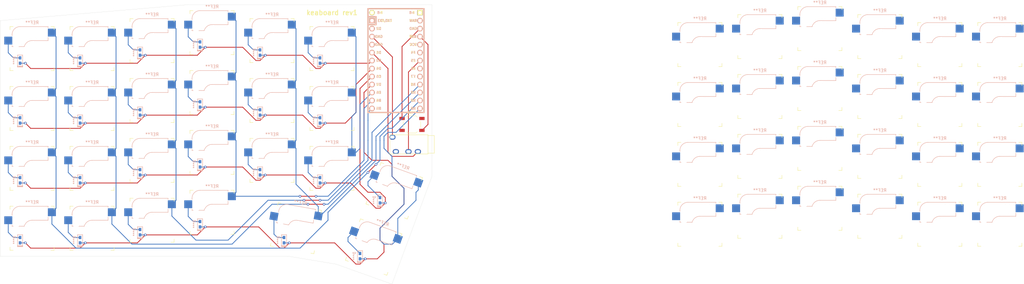
<source format=kicad_pcb>
(kicad_pcb (version 20171130) (host pcbnew 5.1.6-c6e7f7d~87~ubuntu20.04.1)
  (layers (0 F.Cu signal) (31 B.Cu signal) (34 B.Paste user) (35 F.Paste user) (36 B.SilkS user) (37 F.SilkS user) (38 B.Mask user) (39 F.Mask user) (44 Edge.Cuts user))
  (net 0 "")
  (module Keebio-Parts:SW_SPST_TL3342 (layer F.Cu) (at 171.45 68.58)
    (fp_text reference REF** (at 0 -3.75) (layer F.SilkS) (effects (font (size 0.7 0.7))))
    (fp_text value SW_SPST_TL3342)
    (pad 1 smd rect (at -3.15 -1.9) (size 1.7 1) (layers F.Cu F.Paste F.Mask))
    (pad 1 smd rect (at 3.15 -1.9) (size 1.7 1) (layers F.Cu F.Paste F.Mask))
    (pad 2 smd rect (at -3.15 1.9) (size 1.7 1) (layers F.Cu F.Paste F.Mask))
    (pad 2 smd rect (at 3.15 1.9) (size 1.7 1) (layers F.Cu F.Paste F.Mask))
  )
  (module keyswitches:Kailh_socket_MX (layer F.Cu) (at 107.95 77.47)
    (fp_text reference REF** (at 0 -8.255) (layer B.SilkS) (effects (justify mirror)))
    (fp_text value Kailh_socket_MX)
    (pad 2 smd rect (at -7.56 -2.54) (size 2.55 2.5) (layers B.Cu B.Paste B.Mask))
    (pad "" np_thru_hole circle (at -5.08 0) (size 1.7018 1.7018) (drill 1.7018) (layers *.Cu *.Mask))
    (pad "" np_thru_hole circle (at 5.08 0) (size 1.7018 1.7018) (drill 1.7018) (layers *.Cu *.Mask))
    (pad "" np_thru_hole circle (at 0 0) (size 3.9878 3.9878) (drill 3.9878) (layers *.Cu *.Mask))
    (pad "" np_thru_hole circle (at -3.81 -2.54) (size 3 3) (drill 3) (layers *.Cu *.Mask))
    (pad "" np_thru_hole circle (at 2.54 -5.08) (size 3 3) (drill 3) (layers *.Cu *.Mask))
    (pad 1 smd rect (at 6.29 -5.08) (size 2.55 2.5) (layers B.Cu B.Paste B.Mask))
  )
  (module keyswitches:Kailh_socket_MX (layer F.Cu) (at 165.802533 89.695681 340)
    (fp_text reference REF** (at 0 -8.255 160) (layer B.SilkS) (effects (justify mirror)))
    (fp_text value Kailh_socket_MX)
    (pad 1 smd rect (at 6.29 -5.08 340) (size 2.55 2.5) (layers B.Cu B.Paste B.Mask))
    (pad "" np_thru_hole circle (at 2.54 -5.08 340) (size 3 3) (drill 3) (layers *.Cu *.Mask))
    (pad "" np_thru_hole circle (at -3.81 -2.54 340) (size 3 3) (drill 3) (layers *.Cu *.Mask))
    (pad "" np_thru_hole circle (at 0 0 340) (size 3.9878 3.9878) (drill 3.9878) (layers *.Cu *.Mask))
    (pad "" np_thru_hole circle (at 5.08 0 340) (size 1.7018 1.7018) (drill 1.7018) (layers *.Cu *.Mask))
    (pad "" np_thru_hole circle (at -5.08 0 340) (size 1.7018 1.7018) (drill 1.7018) (layers *.Cu *.Mask))
    (pad 2 smd rect (at -7.56 -2.54 340) (size 2.55 2.5) (layers B.Cu B.Paste B.Mask))
  )
  (module Keebio-Parts:TRRS-PJ-320A (layer F.Cu) (at 176.53 74.93 270)
    (fp_text reference REF**)
    (fp_text value TRRS-PJ-320A)
    (pad 3 thru_hole oval (at 2.3 6.2 270) (size 1.6 2) (drill oval 0.9 1.3) (layers *.Cu *.Mask))
    (pad "" np_thru_hole circle (at 0 1.6 270) (size 0.8 0.8) (drill 0.8) (layers *.Cu *.Mask))
    (pad "" np_thru_hole circle (at 0 8.6 270) (size 0.8 0.8) (drill 0.8) (layers *.Cu *.Mask))
    (pad 4 thru_hole oval (at 2.3 3.2 270) (size 1.6 2) (drill oval 0.9 1.3) (layers *.Cu *.Mask))
    (pad 2 thru_hole oval (at 2.3 10.2 270) (size 1.6 2) (drill oval 0.9 1.3) (layers *.Cu *.Mask))
    (pad 1 thru_hole oval (at -2.3 11.3 270) (size 1.6 2) (drill oval 0.9 1.3) (layers *.Cu *.Mask))
  )
  (module Keebio-Parts:ArduinoProMicro (layer F.Cu) (at 166.37 49.53 270)
    (fp_text reference U1 hide)
    (fp_text value ProMicro hide)
    (fp_text user D2 (at -11.43 5.461) (layer B.SilkS) (effects (font (size 0.8 0.8)) (justify mirror)))
    (fp_text user D0 (at -1.27 5.461) (layer B.SilkS) (effects (font (size 0.8 0.8)) (justify mirror)))
    (fp_text user D1 (at -3.81 5.461) (layer B.SilkS) (effects (font (size 0.8 0.8)) (justify mirror)))
    (fp_text user GND (at -6.35 5.461) (layer B.SilkS) (effects (font (size 0.8 0.8)) (justify mirror)))
    (fp_text user GND (at -8.89 5.461) (layer B.SilkS) (effects (font (size 0.8 0.8)) (justify mirror)))
    (fp_text user D4 (at 1.27 5.461) (layer B.SilkS) (effects (font (size 0.8 0.8)) (justify mirror)))
    (fp_text user C6 (at 3.81 5.461) (layer B.SilkS) (effects (font (size 0.8 0.8)) (justify mirror)))
    (fp_text user D7 (at 6.35 5.461) (layer B.SilkS) (effects (font (size 0.8 0.8)) (justify mirror)))
    (fp_text user E6 (at 8.89 5.461) (layer B.SilkS) (effects (font (size 0.8 0.8)) (justify mirror)))
    (fp_text user B4 (at 11.43 5.461) (layer B.SilkS) (effects (font (size 0.8 0.8)) (justify mirror)))
    (fp_text user B5 (at 13.97 5.461) (layer B.SilkS) (effects (font (size 0.8 0.8)) (justify mirror)))
    (fp_text user B6 (at 13.97 -5.461) (layer B.SilkS) (effects (font (size 0.8 0.8)) (justify mirror)))
    (fp_text user B2 (at 11.43 -5.461) (layer F.SilkS) (effects (font (size 0.8 0.8))))
    (fp_text user B3 (at 8.89 -5.461) (layer B.SilkS) (effects (font (size 0.8 0.8)) (justify mirror)))
    (fp_text user B1 (at 6.35 -5.461) (layer B.SilkS) (effects (font (size 0.8 0.8)) (justify mirror)))
    (fp_text user F7 (at 3.81 -5.461) (layer F.SilkS) (effects (font (size 0.8 0.8))))
    (fp_text user F6 (at 1.27 -5.461) (layer F.SilkS) (effects (font (size 0.8 0.8))))
    (fp_text user F5 (at -1.27 -5.461) (layer F.SilkS) (effects (font (size 0.8 0.8))))
    (fp_text user F4 (at -3.81 -5.461) (layer B.SilkS) (effects (font (size 0.8 0.8)) (justify mirror)))
    (fp_text user VCC (at -6.35 -5.461) (layer B.SilkS) (effects (font (size 0.8 0.8)) (justify mirror)))
    (fp_text user GND (at -11.43 -5.461) (layer B.SilkS) (effects (font (size 0.8 0.8)) (justify mirror)))
    (fp_text user RAW (at -13.97 -5.461) (layer B.SilkS) (effects (font (size 0.8 0.8)) (justify mirror)))
    (fp_text user RAW (at -13.97 -5.461) (layer F.SilkS) (effects (font (size 0.8 0.8))))
    (fp_text user GND (at -11.43 -5.461) (layer F.SilkS) (effects (font (size 0.8 0.8))))
    (fp_text user ST (at -8.92 -5.73312) (layer F.SilkS) (effects (font (size 0.8 0.8))))
    (fp_text user VCC (at -6.35 -5.461) (layer F.SilkS) (effects (font (size 0.8 0.8))))
    (fp_text user F4 (at -3.81 -5.461) (layer F.SilkS) (effects (font (size 0.8 0.8))))
    (fp_text user F5 (at -1.27 -5.461) (layer B.SilkS) (effects (font (size 0.8 0.8)) (justify mirror)))
    (fp_text user F6 (at 1.27 -5.461) (layer B.SilkS) (effects (font (size 0.8 0.8)) (justify mirror)))
    (fp_text user F7 (at 3.81 -5.461) (layer B.SilkS) (effects (font (size 0.8 0.8)) (justify mirror)))
    (fp_text user B1 (at 6.35 -5.461) (layer F.SilkS) (effects (font (size 0.8 0.8))))
    (fp_text user B3 (at 8.89 -5.461) (layer F.SilkS) (effects (font (size 0.8 0.8))))
    (fp_text user B2 (at 11.43 -5.461) (layer B.SilkS) (effects (font (size 0.8 0.8)) (justify mirror)))
    (fp_text user B6 (at 13.97 -5.461) (layer F.SilkS) (effects (font (size 0.8 0.8))))
    (fp_text user B5 (at 13.97 5.461) (layer F.SilkS) (effects (font (size 0.8 0.8))))
    (fp_text user B4 (at 11.43 5.461) (layer F.SilkS) (effects (font (size 0.8 0.8))))
    (fp_text user E6 (at 8.89 5.461) (layer F.SilkS) (effects (font (size 0.8 0.8))))
    (fp_text user D7 (at 6.35 5.461) (layer F.SilkS) (effects (font (size 0.8 0.8))))
    (fp_text user C6 (at 3.81 5.461) (layer F.SilkS) (effects (font (size 0.8 0.8))))
    (fp_text user D4 (at 1.27 5.461) (layer F.SilkS) (effects (font (size 0.8 0.8))))
    (fp_text user GND (at -8.89 5.461) (layer F.SilkS) (effects (font (size 0.8 0.8))))
    (fp_text user GND (at -6.35 5.461) (layer F.SilkS) (effects (font (size 0.8 0.8))))
    (fp_text user D1 (at -3.81 5.461) (layer F.SilkS) (effects (font (size 0.8 0.8))))
    (fp_text user D0 (at -1.27 5.461) (layer F.SilkS) (effects (font (size 0.8 0.8))))
    (fp_text user D2 (at -11.43 5.461) (layer F.SilkS) (effects (font (size 0.8 0.8))))
    (fp_text user TX0/D3 (at -13.97 3.571872) (layer B.SilkS) (effects (font (size 0.8 0.8)) (justify mirror)))
    (fp_text user TX0/D3 (at -13.97 3.571872) (layer F.SilkS) (effects (font (size 0.8 0.8))))
    (fp_text user ST (at -8.91 -5.04) (layer B.SilkS) (effects (font (size 0.8 0.8)) (justify mirror)))
    (pad 1 thru_hole rect (at -13.97 7.62 270) (size 1.7526 1.7526) (drill 1.0922) (layers *.Cu *.SilkS *.Mask))
    (pad 2 thru_hole circle (at -11.43 7.62 270) (size 1.7526 1.7526) (drill 1.0922) (layers *.Cu *.SilkS *.Mask))
    (pad 3 thru_hole circle (at -8.89 7.62 270) (size 1.7526 1.7526) (drill 1.0922) (layers *.Cu *.SilkS *.Mask))
    (pad 4 thru_hole circle (at -6.35 7.62 270) (size 1.7526 1.7526) (drill 1.0922) (layers *.Cu *.SilkS *.Mask))
    (pad 5 thru_hole circle (at -3.81 7.62 270) (size 1.7526 1.7526) (drill 1.0922) (layers *.Cu *.SilkS *.Mask))
    (pad 6 thru_hole circle (at -1.27 7.62 270) (size 1.7526 1.7526) (drill 1.0922) (layers *.Cu *.SilkS *.Mask))
    (pad 7 thru_hole circle (at 1.27 7.62 270) (size 1.7526 1.7526) (drill 1.0922) (layers *.Cu *.SilkS *.Mask))
    (pad 8 thru_hole circle (at 3.81 7.62 270) (size 1.7526 1.7526) (drill 1.0922) (layers *.Cu *.SilkS *.Mask))
    (pad 9 thru_hole circle (at 6.35 7.62 270) (size 1.7526 1.7526) (drill 1.0922) (layers *.Cu *.SilkS *.Mask))
    (pad 10 thru_hole circle (at 8.89 7.62 270) (size 1.7526 1.7526) (drill 1.0922) (layers *.Cu *.SilkS *.Mask))
    (pad 11 thru_hole circle (at 11.43 7.62 270) (size 1.7526 1.7526) (drill 1.0922) (layers *.Cu *.SilkS *.Mask))
    (pad 13 thru_hole circle (at 13.97 -7.62 270) (size 1.7526 1.7526) (drill 1.0922) (layers *.Cu *.SilkS *.Mask))
    (pad 14 thru_hole circle (at 11.43 -7.62 270) (size 1.7526 1.7526) (drill 1.0922) (layers *.Cu *.SilkS *.Mask))
    (pad 15 thru_hole circle (at 8.89 -7.62 270) (size 1.7526 1.7526) (drill 1.0922) (layers *.Cu *.SilkS *.Mask))
    (pad 16 thru_hole circle (at 6.35 -7.62 270) (size 1.7526 1.7526) (drill 1.0922) (layers *.Cu *.SilkS *.Mask))
    (pad 17 thru_hole circle (at 3.81 -7.62 270) (size 1.7526 1.7526) (drill 1.0922) (layers *.Cu *.SilkS *.Mask))
    (pad 18 thru_hole circle (at 1.27 -7.62 270) (size 1.7526 1.7526) (drill 1.0922) (layers *.Cu *.SilkS *.Mask))
    (pad 19 thru_hole circle (at -1.27 -7.62 270) (size 1.7526 1.7526) (drill 1.0922) (layers *.Cu *.SilkS *.Mask))
    (pad 20 thru_hole circle (at -3.81 -7.62 270) (size 1.7526 1.7526) (drill 1.0922) (layers *.Cu *.SilkS *.Mask))
    (pad 21 thru_hole circle (at -6.35 -7.62 270) (size 1.7526 1.7526) (drill 1.0922) (layers *.Cu *.SilkS *.Mask))
    (pad 22 thru_hole circle (at -8.89 -7.62 270) (size 1.7526 1.7526) (drill 1.0922) (layers *.Cu *.SilkS *.Mask))
    (pad 23 thru_hole circle (at -11.43 -7.62 270) (size 1.7526 1.7526) (drill 1.0922) (layers *.Cu *.SilkS *.Mask))
    (pad 12 thru_hole circle (at 13.97 7.62 270) (size 1.7526 1.7526) (drill 1.0922) (layers *.Cu *.SilkS *.Mask))
    (pad 24 thru_hole circle (at -13.97 -7.62 270) (size 1.7526 1.7526) (drill 1.0922) (layers *.Cu *.SilkS *.Mask))
  )
  (module keyswitches:Kailh_socket_MX (layer F.Cu) (at 127 41.91)
    (fp_text reference REF** (at 0 -8.255) (layer B.SilkS) (effects (justify mirror)))
    (fp_text value Kailh_socket_MX)
    (pad 1 smd rect (at 6.29 -5.08) (size 2.55 2.5) (layers B.Cu B.Paste B.Mask))
    (pad "" np_thru_hole circle (at 2.54 -5.08) (size 3 3) (drill 3) (layers *.Cu *.Mask))
    (pad "" np_thru_hole circle (at -3.81 -2.54) (size 3 3) (drill 3) (layers *.Cu *.Mask))
    (pad "" np_thru_hole circle (at 0 0) (size 3.9878 3.9878) (drill 3.9878) (layers *.Cu *.Mask))
    (pad "" np_thru_hole circle (at 5.08 0) (size 1.7018 1.7018) (drill 1.7018) (layers *.Cu *.Mask))
    (pad "" np_thru_hole circle (at -5.08 0) (size 1.7018 1.7018) (drill 1.7018) (layers *.Cu *.Mask))
    (pad 2 smd rect (at -7.56 -2.54) (size 2.55 2.5) (layers B.Cu B.Paste B.Mask))
  )
  (module keyswitches:Kailh_socket_MX (layer F.Cu) (at 146.05 44.45)
    (fp_text reference REF** (at 0 -8.255) (layer B.SilkS) (effects (justify mirror)))
    (fp_text value Kailh_socket_MX)
    (pad 1 smd rect (at 6.29 -5.08) (size 2.55 2.5) (layers B.Cu B.Paste B.Mask))
    (pad "" np_thru_hole circle (at 2.54 -5.08) (size 3 3) (drill 3) (layers *.Cu *.Mask))
    (pad "" np_thru_hole circle (at -3.81 -2.54) (size 3 3) (drill 3) (layers *.Cu *.Mask))
    (pad "" np_thru_hole circle (at 0 0) (size 3.9878 3.9878) (drill 3.9878) (layers *.Cu *.Mask))
    (pad "" np_thru_hole circle (at 5.08 0) (size 1.7018 1.7018) (drill 1.7018) (layers *.Cu *.Mask))
    (pad "" np_thru_hole circle (at -5.08 0) (size 1.7018 1.7018) (drill 1.7018) (layers *.Cu *.Mask))
    (pad 2 smd rect (at -7.56 -2.54) (size 2.55 2.5) (layers B.Cu B.Paste B.Mask))
  )
  (module keyboard_parts:PIN_1_SQUARE (layer F.Cu) (at 173.99 33.02)
    (fp_text reference P? hide)
    (fp_text value CONN_1 hide)
    (pad 1 thru_hole rect (at 0 0) (size 1.7 1.7) (drill 1.016) (layers *.Cu *.Mask F.SilkS))
  )
  (module keyboard_parts:PIN_1 (layer F.Cu) (at 158.75 33.02)
    (fp_text reference P? hide)
    (fp_text value CONN_1 hide)
    (pad 1 thru_hole circle (at 0 0) (size 1.7 1.7) (drill 1.016) (layers *.Cu *.Mask F.SilkS))
  )
  (module keyboard_parts:D_SC79 (layer B.Cu) (at 154.94 110.49 90)
    (fp_text reference D_SC79 hide)
    (fp_text value D*** (at 0.05 -1.8 90) (layer B.SilkS) (effects (font (size 0.8 0.8)) (justify mirror)))
    (pad 2 smd rect (at 0.85 0 90) (size 1 0.8) (layers B.Cu B.Paste B.Mask))
    (pad 1 smd rect (at -0.85 0 90) (size 1 0.8) (layers B.Cu B.Paste B.Mask))
  )
  (module keyboard_parts:D_SC79 (layer B.Cu) (at 161.29 92.71 90)
    (fp_text reference D_SC79 hide)
    (fp_text value D*** (at 0.05 -1.8 90) (layer B.SilkS) (effects (font (size 0.8 0.8)) (justify mirror)))
    (pad 2 smd rect (at 0.85 0 90) (size 1 0.8) (layers B.Cu B.Paste B.Mask))
    (pad 1 smd rect (at -0.85 0 90) (size 1 0.8) (layers B.Cu B.Paste B.Mask))
  )
  (module keyboard_parts:D_SC79 (layer B.Cu) (at 130.81 105.41 90)
    (fp_text reference D_SC79 hide)
    (fp_text value D*** (at 0.05 -1.8 90) (layer B.SilkS) (effects (font (size 0.8 0.8)) (justify mirror)))
    (pad 2 smd rect (at 0.85 0 90) (size 1 0.8) (layers B.Cu B.Paste B.Mask))
    (pad 1 smd rect (at -0.85 0 90) (size 1 0.8) (layers B.Cu B.Paste B.Mask))
  )
  (module keyboard_parts:D_SC79 (layer B.Cu) (at 142.24 86.36 90)
    (fp_text reference D_SC79 hide)
    (fp_text value D*** (at 0.05 -1.8 90) (layer B.SilkS) (effects (font (size 0.8 0.8)) (justify mirror)))
    (pad 2 smd rect (at 0.85 0 90) (size 1 0.8) (layers B.Cu B.Paste B.Mask))
    (pad 1 smd rect (at -0.85 0 90) (size 1 0.8) (layers B.Cu B.Paste B.Mask))
  )
  (module keyboard_parts:D_SC79 (layer B.Cu) (at 142.24 67.31 90)
    (fp_text reference D_SC79 hide)
    (fp_text value D*** (at 0.05 -1.8 90) (layer B.SilkS) (effects (font (size 0.8 0.8)) (justify mirror)))
    (pad 2 smd rect (at 0.85 0 90) (size 1 0.8) (layers B.Cu B.Paste B.Mask))
    (pad 1 smd rect (at -0.85 0 90) (size 1 0.8) (layers B.Cu B.Paste B.Mask))
  )
  (module keyboard_parts:D_SC79 (layer B.Cu) (at 142.24 48.26 90)
    (fp_text reference D_SC79 hide)
    (fp_text value D*** (at 0.05 -1.8 90) (layer B.SilkS) (effects (font (size 0.8 0.8)) (justify mirror)))
    (pad 2 smd rect (at 0.85 0 90) (size 1 0.8) (layers B.Cu B.Paste B.Mask))
    (pad 1 smd rect (at -0.85 0 90) (size 1 0.8) (layers B.Cu B.Paste B.Mask))
  )
  (module keyboard_parts:D_SC79 (layer B.Cu) (at 123.19 83.82 90)
    (fp_text reference D_SC79 hide)
    (fp_text value D*** (at 0.05 -1.8 90) (layer B.SilkS) (effects (font (size 0.8 0.8)) (justify mirror)))
    (pad 2 smd rect (at 0.85 0 90) (size 1 0.8) (layers B.Cu B.Paste B.Mask))
    (pad 1 smd rect (at -0.85 0 90) (size 1 0.8) (layers B.Cu B.Paste B.Mask))
  )
  (module keyboard_parts:D_SC79 (layer B.Cu) (at 123.19 64.77 90)
    (fp_text reference D_SC79 hide)
    (fp_text value D*** (at 0.05 -1.8 90) (layer B.SilkS) (effects (font (size 0.8 0.8)) (justify mirror)))
    (pad 2 smd rect (at 0.85 0 90) (size 1 0.8) (layers B.Cu B.Paste B.Mask))
    (pad 1 smd rect (at -0.85 0 90) (size 1 0.8) (layers B.Cu B.Paste B.Mask))
  )
  (module keyboard_parts:D_SC79 (layer B.Cu) (at 123.19 45.72 90)
    (fp_text reference D_SC79 hide)
    (fp_text value D*** (at 0.05 -1.8 90) (layer B.SilkS) (effects (font (size 0.8 0.8)) (justify mirror)))
    (pad 2 smd rect (at 0.85 0 90) (size 1 0.8) (layers B.Cu B.Paste B.Mask))
    (pad 1 smd rect (at -0.85 0 90) (size 1 0.8) (layers B.Cu B.Paste B.Mask))
  )
  (module keyboard_parts:D_SC79 (layer B.Cu) (at 104.14 100.33 90)
    (fp_text reference D_SC79 hide)
    (fp_text value D*** (at 0.05 -1.8 90) (layer B.SilkS) (effects (font (size 0.8 0.8)) (justify mirror)))
    (pad 2 smd rect (at 0.85 0 90) (size 1 0.8) (layers B.Cu B.Paste B.Mask))
    (pad 1 smd rect (at -0.85 0 90) (size 1 0.8) (layers B.Cu B.Paste B.Mask))
  )
  (module keyboard_parts:D_SC79 (layer B.Cu) (at 104.14 81.28 90)
    (fp_text reference D_SC79 hide)
    (fp_text value D*** (at 0.05 -1.8 90) (layer B.SilkS) (effects (font (size 0.8 0.8)) (justify mirror)))
    (pad 2 smd rect (at 0.85 0 90) (size 1 0.8) (layers B.Cu B.Paste B.Mask))
    (pad 1 smd rect (at -0.85 0 90) (size 1 0.8) (layers B.Cu B.Paste B.Mask))
  )
  (module keyboard_parts:D_SC79 (layer B.Cu) (at 104.14 62.23 90)
    (fp_text reference D_SC79 hide)
    (fp_text value D*** (at 0.05 -1.8 90) (layer B.SilkS) (effects (font (size 0.8 0.8)) (justify mirror)))
    (pad 2 smd rect (at 0.85 0 90) (size 1 0.8) (layers B.Cu B.Paste B.Mask))
    (pad 1 smd rect (at -0.85 0 90) (size 1 0.8) (layers B.Cu B.Paste B.Mask))
  )
  (module keyboard_parts:D_SC79 (layer B.Cu) (at 104.14 43.18 90)
    (fp_text reference D_SC79 hide)
    (fp_text value D*** (at 0.05 -1.8 90) (layer B.SilkS) (effects (font (size 0.8 0.8)) (justify mirror)))
    (pad 2 smd rect (at 0.85 0 90) (size 1 0.8) (layers B.Cu B.Paste B.Mask))
    (pad 1 smd rect (at -0.85 0 90) (size 1 0.8) (layers B.Cu B.Paste B.Mask))
  )
  (module keyboard_parts:D_SC79 (layer B.Cu) (at 85.09 102.87 90)
    (fp_text reference D_SC79 hide)
    (fp_text value D*** (at 0.05 -1.8 90) (layer B.SilkS) (effects (font (size 0.8 0.8)) (justify mirror)))
    (pad 2 smd rect (at 0.85 0 90) (size 1 0.8) (layers B.Cu B.Paste B.Mask))
    (pad 1 smd rect (at -0.85 0 90) (size 1 0.8) (layers B.Cu B.Paste B.Mask))
  )
  (module keyboard_parts:D_SC79 (layer B.Cu) (at 85.09 83.82 90)
    (fp_text reference D_SC79 hide)
    (fp_text value D*** (at 0.05 -1.8 90) (layer B.SilkS) (effects (font (size 0.8 0.8)) (justify mirror)))
    (pad 2 smd rect (at 0.85 0 90) (size 1 0.8) (layers B.Cu B.Paste B.Mask))
    (pad 1 smd rect (at -0.85 0 90) (size 1 0.8) (layers B.Cu B.Paste B.Mask))
  )
  (module keyboard_parts:D_SC79 (layer B.Cu) (at 85.09 64.77 90)
    (fp_text reference D_SC79 hide)
    (fp_text value D*** (at 0.05 -1.8 90) (layer B.SilkS) (effects (font (size 0.8 0.8)) (justify mirror)))
    (pad 2 smd rect (at 0.85 0 90) (size 1 0.8) (layers B.Cu B.Paste B.Mask))
    (pad 1 smd rect (at -0.85 0 90) (size 1 0.8) (layers B.Cu B.Paste B.Mask))
  )
  (module keyboard_parts:D_SC79 (layer B.Cu) (at 85.09 45.72 90)
    (fp_text reference D_SC79 hide)
    (fp_text value D*** (at 0.05 -1.8 90) (layer B.SilkS) (effects (font (size 0.8 0.8)) (justify mirror)))
    (pad 2 smd rect (at 0.85 0 90) (size 1 0.8) (layers B.Cu B.Paste B.Mask))
    (pad 1 smd rect (at -0.85 0 90) (size 1 0.8) (layers B.Cu B.Paste B.Mask))
  )
  (module keyboard_parts:D_SC79 (layer B.Cu) (at 66.04 105.41 90)
    (fp_text reference D_SC79 hide)
    (fp_text value D*** (at 0.05 -1.8 90) (layer B.SilkS) (effects (font (size 0.8 0.8)) (justify mirror)))
    (pad 2 smd rect (at 0.85 0 90) (size 1 0.8) (layers B.Cu B.Paste B.Mask))
    (pad 1 smd rect (at -0.85 0 90) (size 1 0.8) (layers B.Cu B.Paste B.Mask))
  )
  (module keyboard_parts:D_SC79 (layer B.Cu) (at 66.04 86.36 90)
    (fp_text reference D_SC79 hide)
    (fp_text value D*** (at 0.05 -1.8 90) (layer B.SilkS) (effects (font (size 0.8 0.8)) (justify mirror)))
    (pad 2 smd rect (at 0.85 0 90) (size 1 0.8) (layers B.Cu B.Paste B.Mask))
    (pad 1 smd rect (at -0.85 0 90) (size 1 0.8) (layers B.Cu B.Paste B.Mask))
  )
  (module keyboard_parts:D_SC79 (layer B.Cu) (at 66.04 67.31 90)
    (fp_text reference D_SC79 hide)
    (fp_text value D*** (at 0.05 -1.8 90) (layer B.SilkS) (effects (font (size 0.8 0.8)) (justify mirror)))
    (pad 2 smd rect (at 0.85 0 90) (size 1 0.8) (layers B.Cu B.Paste B.Mask))
    (pad 1 smd rect (at -0.85 0 90) (size 1 0.8) (layers B.Cu B.Paste B.Mask))
  )
  (module keyboard_parts:D_SC79 (layer B.Cu) (at 66.04 48.26 90)
    (fp_text reference D_SC79 hide)
    (fp_text value D*** (at 0.05 -1.8 90) (layer B.SilkS) (effects (font (size 0.8 0.8)) (justify mirror)))
    (pad 2 smd rect (at 0.85 0 90) (size 1 0.8) (layers B.Cu B.Paste B.Mask))
    (pad 1 smd rect (at -0.85 0 90) (size 1 0.8) (layers B.Cu B.Paste B.Mask))
  )
  (module keyboard_parts:D_SC79 (layer B.Cu) (at 46.99 105.41 90)
    (fp_text reference D_SC79 hide)
    (fp_text value D*** (at 0.05 -1.8 90) (layer B.SilkS) (effects (font (size 0.8 0.8)) (justify mirror)))
    (pad 2 smd rect (at 0.85 0 90) (size 1 0.8) (layers B.Cu B.Paste B.Mask))
    (pad 1 smd rect (at -0.85 0 90) (size 1 0.8) (layers B.Cu B.Paste B.Mask))
  )
  (module keyboard_parts:D_SC79 (layer B.Cu) (at 46.99 86.36 90)
    (fp_text reference D_SC79 hide)
    (fp_text value D*** (at 0.05 -1.8 90) (layer B.SilkS) (effects (font (size 0.8 0.8)) (justify mirror)))
    (pad 2 smd rect (at 0.85 0 90) (size 1 0.8) (layers B.Cu B.Paste B.Mask))
    (pad 1 smd rect (at -0.85 0 90) (size 1 0.8) (layers B.Cu B.Paste B.Mask))
  )
  (module keyboard_parts:D_SC79 (layer B.Cu) (at 46.99 67.31 90)
    (fp_text reference D_SC79 hide)
    (fp_text value D*** (at 0.05 -1.8 90) (layer B.SilkS) (effects (font (size 0.8 0.8)) (justify mirror)))
    (pad 2 smd rect (at 0.85 0 90) (size 1 0.8) (layers B.Cu B.Paste B.Mask))
    (pad 1 smd rect (at -0.85 0 90) (size 1 0.8) (layers B.Cu B.Paste B.Mask))
  )
  (module keyboard_parts:D_SC79 (layer B.Cu) (at 46.99 48.26 90)
    (fp_text reference D_SC79 hide)
    (fp_text value D*** (at 0.05 -1.8 90) (layer B.SilkS) (effects (font (size 0.8 0.8)) (justify mirror)))
    (pad 1 smd rect (at -0.85 0 90) (size 1 0.8) (layers B.Cu B.Paste B.Mask))
    (pad 2 smd rect (at 0.85 0 90) (size 1 0.8) (layers B.Cu B.Paste B.Mask))
  )
  (module keyswitches:Kailh_socket_MX (layer F.Cu) (at 159.287049 107.596826 340)
    (fp_text reference REF** (at 0 -8.255 160) (layer B.SilkS) (effects (justify mirror)))
    (fp_text value Kailh_socket_MX)
    (pad 1 smd rect (at 6.29 -5.08 340) (size 2.55 2.5) (layers B.Cu B.Paste B.Mask))
    (pad "" np_thru_hole circle (at 2.54 -5.08 340) (size 3 3) (drill 3) (layers *.Cu *.Mask))
    (pad "" np_thru_hole circle (at -3.81 -2.54 340) (size 3 3) (drill 3) (layers *.Cu *.Mask))
    (pad "" np_thru_hole circle (at 0 0 340) (size 3.9878 3.9878) (drill 3.9878) (layers *.Cu *.Mask))
    (pad "" np_thru_hole circle (at 5.08 0 340) (size 1.7018 1.7018) (drill 1.7018) (layers *.Cu *.Mask))
    (pad "" np_thru_hole circle (at -5.08 0 340) (size 1.7018 1.7018) (drill 1.7018) (layers *.Cu *.Mask))
    (pad 2 smd rect (at -7.56 -2.54 340) (size 2.55 2.5) (layers B.Cu B.Paste B.Mask))
  )
  (module keyswitches:Kailh_socket_MX (layer F.Cu) (at 358.14 81.28)
    (fp_text reference REF** (at 0 -8.255) (layer B.SilkS) (effects (justify mirror)))
    (fp_text value Kailh_socket_MX)
    (pad 2 smd rect (at -7.56 -2.54) (size 2.55 2.5) (layers B.Cu B.Paste B.Mask))
    (pad "" np_thru_hole circle (at -5.08 0) (size 1.7018 1.7018) (drill 1.7018) (layers *.Cu *.Mask))
    (pad "" np_thru_hole circle (at 5.08 0) (size 1.7018 1.7018) (drill 1.7018) (layers *.Cu *.Mask))
    (pad "" np_thru_hole circle (at 0 0) (size 3.9878 3.9878) (drill 3.9878) (layers *.Cu *.Mask))
    (pad "" np_thru_hole circle (at -3.81 -2.54) (size 3 3) (drill 3) (layers *.Cu *.Mask))
    (pad "" np_thru_hole circle (at 2.54 -5.08) (size 3 3) (drill 3) (layers *.Cu *.Mask))
    (pad 1 smd rect (at 6.29 -5.08) (size 2.55 2.5) (layers B.Cu B.Paste B.Mask))
  )
  (module keyswitches:Kailh_socket_MX (layer F.Cu) (at 358.14 43.18)
    (fp_text reference REF** (at 0 -8.255) (layer B.SilkS) (effects (justify mirror)))
    (fp_text value Kailh_socket_MX)
    (pad 1 smd rect (at 6.29 -5.08) (size 2.55 2.5) (layers B.Cu B.Paste B.Mask))
    (pad "" np_thru_hole circle (at 2.54 -5.08) (size 3 3) (drill 3) (layers *.Cu *.Mask))
    (pad "" np_thru_hole circle (at -3.81 -2.54) (size 3 3) (drill 3) (layers *.Cu *.Mask))
    (pad "" np_thru_hole circle (at 0 0) (size 3.9878 3.9878) (drill 3.9878) (layers *.Cu *.Mask))
    (pad "" np_thru_hole circle (at 5.08 0) (size 1.7018 1.7018) (drill 1.7018) (layers *.Cu *.Mask))
    (pad "" np_thru_hole circle (at -5.08 0) (size 1.7018 1.7018) (drill 1.7018) (layers *.Cu *.Mask))
    (pad 2 smd rect (at -7.56 -2.54) (size 2.55 2.5) (layers B.Cu B.Paste B.Mask))
  )
  (module keyswitches:Kailh_socket_MX (layer F.Cu) (at 300.99 57.15)
    (fp_text reference REF** (at 0 -8.255) (layer B.SilkS) (effects (justify mirror)))
    (fp_text value Kailh_socket_MX)
    (pad 1 smd rect (at 6.29 -5.08) (size 2.55 2.5) (layers B.Cu B.Paste B.Mask))
    (pad "" np_thru_hole circle (at 2.54 -5.08) (size 3 3) (drill 3) (layers *.Cu *.Mask))
    (pad "" np_thru_hole circle (at -3.81 -2.54) (size 3 3) (drill 3) (layers *.Cu *.Mask))
    (pad "" np_thru_hole circle (at 0 0) (size 3.9878 3.9878) (drill 3.9878) (layers *.Cu *.Mask))
    (pad "" np_thru_hole circle (at 5.08 0) (size 1.7018 1.7018) (drill 1.7018) (layers *.Cu *.Mask))
    (pad "" np_thru_hole circle (at -5.08 0) (size 1.7018 1.7018) (drill 1.7018) (layers *.Cu *.Mask))
    (pad 2 smd rect (at -7.56 -2.54) (size 2.55 2.5) (layers B.Cu B.Paste B.Mask))
  )
  (module keyswitches:Kailh_socket_MX (layer F.Cu) (at 281.94 40.64)
    (fp_text reference REF** (at 0 -8.255) (layer B.SilkS) (effects (justify mirror)))
    (fp_text value Kailh_socket_MX)
    (pad 1 smd rect (at 6.29 -5.08) (size 2.55 2.5) (layers B.Cu B.Paste B.Mask))
    (pad "" np_thru_hole circle (at 2.54 -5.08) (size 3 3) (drill 3) (layers *.Cu *.Mask))
    (pad "" np_thru_hole circle (at -3.81 -2.54) (size 3 3) (drill 3) (layers *.Cu *.Mask))
    (pad "" np_thru_hole circle (at 0 0) (size 3.9878 3.9878) (drill 3.9878) (layers *.Cu *.Mask))
    (pad "" np_thru_hole circle (at 5.08 0) (size 1.7018 1.7018) (drill 1.7018) (layers *.Cu *.Mask))
    (pad "" np_thru_hole circle (at -5.08 0) (size 1.7018 1.7018) (drill 1.7018) (layers *.Cu *.Mask))
    (pad 2 smd rect (at -7.56 -2.54) (size 2.55 2.5) (layers B.Cu B.Paste B.Mask))
  )
  (module keyswitches:Kailh_socket_MX (layer F.Cu) (at 262.89 43.18)
    (fp_text reference REF** (at 0 -8.255) (layer B.SilkS) (effects (justify mirror)))
    (fp_text value Kailh_socket_MX)
    (pad 2 smd rect (at -7.56 -2.54) (size 2.55 2.5) (layers B.Cu B.Paste B.Mask))
    (pad "" np_thru_hole circle (at -5.08 0) (size 1.7018 1.7018) (drill 1.7018) (layers *.Cu *.Mask))
    (pad "" np_thru_hole circle (at 5.08 0) (size 1.7018 1.7018) (drill 1.7018) (layers *.Cu *.Mask))
    (pad "" np_thru_hole circle (at 0 0) (size 3.9878 3.9878) (drill 3.9878) (layers *.Cu *.Mask))
    (pad "" np_thru_hole circle (at -3.81 -2.54) (size 3 3) (drill 3) (layers *.Cu *.Mask))
    (pad "" np_thru_hole circle (at 2.54 -5.08) (size 3 3) (drill 3) (layers *.Cu *.Mask))
    (pad 1 smd rect (at 6.29 -5.08) (size 2.55 2.5) (layers B.Cu B.Paste B.Mask))
  )
  (module keyswitches:Kailh_socket_MX (layer F.Cu) (at 339.09 62.23)
    (fp_text reference REF** (at 0 -8.255) (layer B.SilkS) (effects (justify mirror)))
    (fp_text value Kailh_socket_MX)
    (pad 1 smd rect (at 6.29 -5.08) (size 2.55 2.5) (layers B.Cu B.Paste B.Mask))
    (pad "" np_thru_hole circle (at 2.54 -5.08) (size 3 3) (drill 3) (layers *.Cu *.Mask))
    (pad "" np_thru_hole circle (at -3.81 -2.54) (size 3 3) (drill 3) (layers *.Cu *.Mask))
    (pad "" np_thru_hole circle (at 0 0) (size 3.9878 3.9878) (drill 3.9878) (layers *.Cu *.Mask))
    (pad "" np_thru_hole circle (at 5.08 0) (size 1.7018 1.7018) (drill 1.7018) (layers *.Cu *.Mask))
    (pad "" np_thru_hole circle (at -5.08 0) (size 1.7018 1.7018) (drill 1.7018) (layers *.Cu *.Mask))
    (pad 2 smd rect (at -7.56 -2.54) (size 2.55 2.5) (layers B.Cu B.Paste B.Mask))
  )
  (module keyswitches:Kailh_socket_MX (layer F.Cu) (at 358.14 100.33)
    (fp_text reference REF** (at 0 -8.255) (layer B.SilkS) (effects (justify mirror)))
    (fp_text value Kailh_socket_MX)
    (pad 2 smd rect (at -7.56 -2.54) (size 2.55 2.5) (layers B.Cu B.Paste B.Mask))
    (pad "" np_thru_hole circle (at -5.08 0) (size 1.7018 1.7018) (drill 1.7018) (layers *.Cu *.Mask))
    (pad "" np_thru_hole circle (at 5.08 0) (size 1.7018 1.7018) (drill 1.7018) (layers *.Cu *.Mask))
    (pad "" np_thru_hole circle (at 0 0) (size 3.9878 3.9878) (drill 3.9878) (layers *.Cu *.Mask))
    (pad "" np_thru_hole circle (at -3.81 -2.54) (size 3 3) (drill 3) (layers *.Cu *.Mask))
    (pad "" np_thru_hole circle (at 2.54 -5.08) (size 3 3) (drill 3) (layers *.Cu *.Mask))
    (pad 1 smd rect (at 6.29 -5.08) (size 2.55 2.5) (layers B.Cu B.Paste B.Mask))
  )
  (module keyswitches:Kailh_socket_MX (layer F.Cu) (at 281.94 97.79)
    (fp_text reference REF** (at 0 -8.255) (layer B.SilkS) (effects (justify mirror)))
    (fp_text value Kailh_socket_MX)
    (pad 2 smd rect (at -7.56 -2.54) (size 2.55 2.5) (layers B.Cu B.Paste B.Mask))
    (pad "" np_thru_hole circle (at -5.08 0) (size 1.7018 1.7018) (drill 1.7018) (layers *.Cu *.Mask))
    (pad "" np_thru_hole circle (at 5.08 0) (size 1.7018 1.7018) (drill 1.7018) (layers *.Cu *.Mask))
    (pad "" np_thru_hole circle (at 0 0) (size 3.9878 3.9878) (drill 3.9878) (layers *.Cu *.Mask))
    (pad "" np_thru_hole circle (at -3.81 -2.54) (size 3 3) (drill 3) (layers *.Cu *.Mask))
    (pad "" np_thru_hole circle (at 2.54 -5.08) (size 3 3) (drill 3) (layers *.Cu *.Mask))
    (pad 1 smd rect (at 6.29 -5.08) (size 2.55 2.5) (layers B.Cu B.Paste B.Mask))
  )
  (module keyswitches:Kailh_socket_MX (layer F.Cu) (at 262.89 62.23)
    (fp_text reference REF** (at 0 -8.255) (layer B.SilkS) (effects (justify mirror)))
    (fp_text value Kailh_socket_MX)
    (pad 1 smd rect (at 6.29 -5.08) (size 2.55 2.5) (layers B.Cu B.Paste B.Mask))
    (pad "" np_thru_hole circle (at 2.54 -5.08) (size 3 3) (drill 3) (layers *.Cu *.Mask))
    (pad "" np_thru_hole circle (at -3.81 -2.54) (size 3 3) (drill 3) (layers *.Cu *.Mask))
    (pad "" np_thru_hole circle (at 0 0) (size 3.9878 3.9878) (drill 3.9878) (layers *.Cu *.Mask))
    (pad "" np_thru_hole circle (at 5.08 0) (size 1.7018 1.7018) (drill 1.7018) (layers *.Cu *.Mask))
    (pad "" np_thru_hole circle (at -5.08 0) (size 1.7018 1.7018) (drill 1.7018) (layers *.Cu *.Mask))
    (pad 2 smd rect (at -7.56 -2.54) (size 2.55 2.5) (layers B.Cu B.Paste B.Mask))
  )
  (module keyswitches:Kailh_socket_MX (layer F.Cu) (at 320.04 78.74)
    (fp_text reference REF** (at 0 -8.255) (layer B.SilkS) (effects (justify mirror)))
    (fp_text value Kailh_socket_MX)
    (pad 1 smd rect (at 6.29 -5.08) (size 2.55 2.5) (layers B.Cu B.Paste B.Mask))
    (pad "" np_thru_hole circle (at 2.54 -5.08) (size 3 3) (drill 3) (layers *.Cu *.Mask))
    (pad "" np_thru_hole circle (at -3.81 -2.54) (size 3 3) (drill 3) (layers *.Cu *.Mask))
    (pad "" np_thru_hole circle (at 0 0) (size 3.9878 3.9878) (drill 3.9878) (layers *.Cu *.Mask))
    (pad "" np_thru_hole circle (at 5.08 0) (size 1.7018 1.7018) (drill 1.7018) (layers *.Cu *.Mask))
    (pad "" np_thru_hole circle (at -5.08 0) (size 1.7018 1.7018) (drill 1.7018) (layers *.Cu *.Mask))
    (pad 2 smd rect (at -7.56 -2.54) (size 2.55 2.5) (layers B.Cu B.Paste B.Mask))
  )
  (module keyswitches:Kailh_socket_MX (layer F.Cu) (at 339.09 100.33)
    (fp_text reference REF** (at 0 -8.255) (layer B.SilkS) (effects (justify mirror)))
    (fp_text value Kailh_socket_MX)
    (pad 1 smd rect (at 6.29 -5.08) (size 2.55 2.5) (layers B.Cu B.Paste B.Mask))
    (pad "" np_thru_hole circle (at 2.54 -5.08) (size 3 3) (drill 3) (layers *.Cu *.Mask))
    (pad "" np_thru_hole circle (at -3.81 -2.54) (size 3 3) (drill 3) (layers *.Cu *.Mask))
    (pad "" np_thru_hole circle (at 0 0) (size 3.9878 3.9878) (drill 3.9878) (layers *.Cu *.Mask))
    (pad "" np_thru_hole circle (at 5.08 0) (size 1.7018 1.7018) (drill 1.7018) (layers *.Cu *.Mask))
    (pad "" np_thru_hole circle (at -5.08 0) (size 1.7018 1.7018) (drill 1.7018) (layers *.Cu *.Mask))
    (pad 2 smd rect (at -7.56 -2.54) (size 2.55 2.5) (layers B.Cu B.Paste B.Mask))
  )
  (module keyswitches:Kailh_socket_MX (layer F.Cu) (at 339.09 43.18)
    (fp_text reference REF** (at 0 -8.255) (layer B.SilkS) (effects (justify mirror)))
    (fp_text value Kailh_socket_MX)
    (pad 2 smd rect (at -7.56 -2.54) (size 2.55 2.5) (layers B.Cu B.Paste B.Mask))
    (pad "" np_thru_hole circle (at -5.08 0) (size 1.7018 1.7018) (drill 1.7018) (layers *.Cu *.Mask))
    (pad "" np_thru_hole circle (at 5.08 0) (size 1.7018 1.7018) (drill 1.7018) (layers *.Cu *.Mask))
    (pad "" np_thru_hole circle (at 0 0) (size 3.9878 3.9878) (drill 3.9878) (layers *.Cu *.Mask))
    (pad "" np_thru_hole circle (at -3.81 -2.54) (size 3 3) (drill 3) (layers *.Cu *.Mask))
    (pad "" np_thru_hole circle (at 2.54 -5.08) (size 3 3) (drill 3) (layers *.Cu *.Mask))
    (pad 1 smd rect (at 6.29 -5.08) (size 2.55 2.5) (layers B.Cu B.Paste B.Mask))
  )
  (module keyswitches:Kailh_socket_MX (layer F.Cu) (at 262.89 100.33)
    (fp_text reference REF** (at 0 -8.255) (layer B.SilkS) (effects (justify mirror)))
    (fp_text value Kailh_socket_MX)
    (pad 1 smd rect (at 6.29 -5.08) (size 2.55 2.5) (layers B.Cu B.Paste B.Mask))
    (pad "" np_thru_hole circle (at 2.54 -5.08) (size 3 3) (drill 3) (layers *.Cu *.Mask))
    (pad "" np_thru_hole circle (at -3.81 -2.54) (size 3 3) (drill 3) (layers *.Cu *.Mask))
    (pad "" np_thru_hole circle (at 0 0) (size 3.9878 3.9878) (drill 3.9878) (layers *.Cu *.Mask))
    (pad "" np_thru_hole circle (at 5.08 0) (size 1.7018 1.7018) (drill 1.7018) (layers *.Cu *.Mask))
    (pad "" np_thru_hole circle (at -5.08 0) (size 1.7018 1.7018) (drill 1.7018) (layers *.Cu *.Mask))
    (pad 2 smd rect (at -7.56 -2.54) (size 2.55 2.5) (layers B.Cu B.Paste B.Mask))
  )
  (module keyswitches:Kailh_socket_MX (layer F.Cu) (at 281.94 78.74)
    (fp_text reference REF** (at 0 -8.255) (layer B.SilkS) (effects (justify mirror)))
    (fp_text value Kailh_socket_MX)
    (pad 2 smd rect (at -7.56 -2.54) (size 2.55 2.5) (layers B.Cu B.Paste B.Mask))
    (pad "" np_thru_hole circle (at -5.08 0) (size 1.7018 1.7018) (drill 1.7018) (layers *.Cu *.Mask))
    (pad "" np_thru_hole circle (at 5.08 0) (size 1.7018 1.7018) (drill 1.7018) (layers *.Cu *.Mask))
    (pad "" np_thru_hole circle (at 0 0) (size 3.9878 3.9878) (drill 3.9878) (layers *.Cu *.Mask))
    (pad "" np_thru_hole circle (at -3.81 -2.54) (size 3 3) (drill 3) (layers *.Cu *.Mask))
    (pad "" np_thru_hole circle (at 2.54 -5.08) (size 3 3) (drill 3) (layers *.Cu *.Mask))
    (pad 1 smd rect (at 6.29 -5.08) (size 2.55 2.5) (layers B.Cu B.Paste B.Mask))
  )
  (module keyswitches:Kailh_socket_MX (layer F.Cu) (at 300.99 76.2)
    (fp_text reference REF** (at 0 -8.255) (layer B.SilkS) (effects (justify mirror)))
    (fp_text value Kailh_socket_MX)
    (pad 1 smd rect (at 6.29 -5.08) (size 2.55 2.5) (layers B.Cu B.Paste B.Mask))
    (pad "" np_thru_hole circle (at 2.54 -5.08) (size 3 3) (drill 3) (layers *.Cu *.Mask))
    (pad "" np_thru_hole circle (at -3.81 -2.54) (size 3 3) (drill 3) (layers *.Cu *.Mask))
    (pad "" np_thru_hole circle (at 0 0) (size 3.9878 3.9878) (drill 3.9878) (layers *.Cu *.Mask))
    (pad "" np_thru_hole circle (at 5.08 0) (size 1.7018 1.7018) (drill 1.7018) (layers *.Cu *.Mask))
    (pad "" np_thru_hole circle (at -5.08 0) (size 1.7018 1.7018) (drill 1.7018) (layers *.Cu *.Mask))
    (pad 2 smd rect (at -7.56 -2.54) (size 2.55 2.5) (layers B.Cu B.Paste B.Mask))
  )
  (module keyswitches:Kailh_socket_MX (layer F.Cu) (at 300.99 95.25)
    (fp_text reference REF** (at 0 -8.255) (layer B.SilkS) (effects (justify mirror)))
    (fp_text value Kailh_socket_MX)
    (pad 1 smd rect (at 6.29 -5.08) (size 2.55 2.5) (layers B.Cu B.Paste B.Mask))
    (pad "" np_thru_hole circle (at 2.54 -5.08) (size 3 3) (drill 3) (layers *.Cu *.Mask))
    (pad "" np_thru_hole circle (at -3.81 -2.54) (size 3 3) (drill 3) (layers *.Cu *.Mask))
    (pad "" np_thru_hole circle (at 0 0) (size 3.9878 3.9878) (drill 3.9878) (layers *.Cu *.Mask))
    (pad "" np_thru_hole circle (at 5.08 0) (size 1.7018 1.7018) (drill 1.7018) (layers *.Cu *.Mask))
    (pad "" np_thru_hole circle (at -5.08 0) (size 1.7018 1.7018) (drill 1.7018) (layers *.Cu *.Mask))
    (pad 2 smd rect (at -7.56 -2.54) (size 2.55 2.5) (layers B.Cu B.Paste B.Mask))
  )
  (module keyswitches:Kailh_socket_MX (layer F.Cu) (at 262.89 81.28)
    (fp_text reference REF** (at 0 -8.255) (layer B.SilkS) (effects (justify mirror)))
    (fp_text value Kailh_socket_MX)
    (pad 1 smd rect (at 6.29 -5.08) (size 2.55 2.5) (layers B.Cu B.Paste B.Mask))
    (pad "" np_thru_hole circle (at 2.54 -5.08) (size 3 3) (drill 3) (layers *.Cu *.Mask))
    (pad "" np_thru_hole circle (at -3.81 -2.54) (size 3 3) (drill 3) (layers *.Cu *.Mask))
    (pad "" np_thru_hole circle (at 0 0) (size 3.9878 3.9878) (drill 3.9878) (layers *.Cu *.Mask))
    (pad "" np_thru_hole circle (at 5.08 0) (size 1.7018 1.7018) (drill 1.7018) (layers *.Cu *.Mask))
    (pad "" np_thru_hole circle (at -5.08 0) (size 1.7018 1.7018) (drill 1.7018) (layers *.Cu *.Mask))
    (pad 2 smd rect (at -7.56 -2.54) (size 2.55 2.5) (layers B.Cu B.Paste B.Mask))
  )
  (module keyswitches:Kailh_socket_MX (layer F.Cu) (at 300.99 38.1)
    (fp_text reference REF** (at 0 -8.255) (layer B.SilkS) (effects (justify mirror)))
    (fp_text value Kailh_socket_MX)
    (pad 2 smd rect (at -7.56 -2.54) (size 2.55 2.5) (layers B.Cu B.Paste B.Mask))
    (pad "" np_thru_hole circle (at -5.08 0) (size 1.7018 1.7018) (drill 1.7018) (layers *.Cu *.Mask))
    (pad "" np_thru_hole circle (at 5.08 0) (size 1.7018 1.7018) (drill 1.7018) (layers *.Cu *.Mask))
    (pad "" np_thru_hole circle (at 0 0) (size 3.9878 3.9878) (drill 3.9878) (layers *.Cu *.Mask))
    (pad "" np_thru_hole circle (at -3.81 -2.54) (size 3 3) (drill 3) (layers *.Cu *.Mask))
    (pad "" np_thru_hole circle (at 2.54 -5.08) (size 3 3) (drill 3) (layers *.Cu *.Mask))
    (pad 1 smd rect (at 6.29 -5.08) (size 2.55 2.5) (layers B.Cu B.Paste B.Mask))
  )
  (module keyswitches:Kailh_socket_MX (layer F.Cu) (at 339.09 81.28)
    (fp_text reference REF** (at 0 -8.255) (layer B.SilkS) (effects (justify mirror)))
    (fp_text value Kailh_socket_MX)
    (pad 1 smd rect (at 6.29 -5.08) (size 2.55 2.5) (layers B.Cu B.Paste B.Mask))
    (pad "" np_thru_hole circle (at 2.54 -5.08) (size 3 3) (drill 3) (layers *.Cu *.Mask))
    (pad "" np_thru_hole circle (at -3.81 -2.54) (size 3 3) (drill 3) (layers *.Cu *.Mask))
    (pad "" np_thru_hole circle (at 0 0) (size 3.9878 3.9878) (drill 3.9878) (layers *.Cu *.Mask))
    (pad "" np_thru_hole circle (at 5.08 0) (size 1.7018 1.7018) (drill 1.7018) (layers *.Cu *.Mask))
    (pad "" np_thru_hole circle (at -5.08 0) (size 1.7018 1.7018) (drill 1.7018) (layers *.Cu *.Mask))
    (pad 2 smd rect (at -7.56 -2.54) (size 2.55 2.5) (layers B.Cu B.Paste B.Mask))
  )
  (module keyswitches:Kailh_socket_MX (layer F.Cu) (at 281.94 59.69)
    (fp_text reference REF** (at 0 -8.255) (layer B.SilkS) (effects (justify mirror)))
    (fp_text value Kailh_socket_MX)
    (pad 2 smd rect (at -7.56 -2.54) (size 2.55 2.5) (layers B.Cu B.Paste B.Mask))
    (pad "" np_thru_hole circle (at -5.08 0) (size 1.7018 1.7018) (drill 1.7018) (layers *.Cu *.Mask))
    (pad "" np_thru_hole circle (at 5.08 0) (size 1.7018 1.7018) (drill 1.7018) (layers *.Cu *.Mask))
    (pad "" np_thru_hole circle (at 0 0) (size 3.9878 3.9878) (drill 3.9878) (layers *.Cu *.Mask))
    (pad "" np_thru_hole circle (at -3.81 -2.54) (size 3 3) (drill 3) (layers *.Cu *.Mask))
    (pad "" np_thru_hole circle (at 2.54 -5.08) (size 3 3) (drill 3) (layers *.Cu *.Mask))
    (pad 1 smd rect (at 6.29 -5.08) (size 2.55 2.5) (layers B.Cu B.Paste B.Mask))
  )
  (module keyswitches:Kailh_socket_MX (layer F.Cu) (at 358.14 62.23)
    (fp_text reference REF** (at 0 -8.255) (layer B.SilkS) (effects (justify mirror)))
    (fp_text value Kailh_socket_MX)
    (pad 2 smd rect (at -7.56 -2.54) (size 2.55 2.5) (layers B.Cu B.Paste B.Mask))
    (pad "" np_thru_hole circle (at -5.08 0) (size 1.7018 1.7018) (drill 1.7018) (layers *.Cu *.Mask))
    (pad "" np_thru_hole circle (at 5.08 0) (size 1.7018 1.7018) (drill 1.7018) (layers *.Cu *.Mask))
    (pad "" np_thru_hole circle (at 0 0) (size 3.9878 3.9878) (drill 3.9878) (layers *.Cu *.Mask))
    (pad "" np_thru_hole circle (at -3.81 -2.54) (size 3 3) (drill 3) (layers *.Cu *.Mask))
    (pad "" np_thru_hole circle (at 2.54 -5.08) (size 3 3) (drill 3) (layers *.Cu *.Mask))
    (pad 1 smd rect (at 6.29 -5.08) (size 2.55 2.5) (layers B.Cu B.Paste B.Mask))
  )
  (module keyswitches:Kailh_socket_MX (layer F.Cu) (at 320.04 40.64)
    (fp_text reference REF** (at 0 -8.255) (layer B.SilkS) (effects (justify mirror)))
    (fp_text value Kailh_socket_MX)
    (pad 2 smd rect (at -7.56 -2.54) (size 2.55 2.5) (layers B.Cu B.Paste B.Mask))
    (pad "" np_thru_hole circle (at -5.08 0) (size 1.7018 1.7018) (drill 1.7018) (layers *.Cu *.Mask))
    (pad "" np_thru_hole circle (at 5.08 0) (size 1.7018 1.7018) (drill 1.7018) (layers *.Cu *.Mask))
    (pad "" np_thru_hole circle (at 0 0) (size 3.9878 3.9878) (drill 3.9878) (layers *.Cu *.Mask))
    (pad "" np_thru_hole circle (at -3.81 -2.54) (size 3 3) (drill 3) (layers *.Cu *.Mask))
    (pad "" np_thru_hole circle (at 2.54 -5.08) (size 3 3) (drill 3) (layers *.Cu *.Mask))
    (pad 1 smd rect (at 6.29 -5.08) (size 2.55 2.5) (layers B.Cu B.Paste B.Mask))
  )
  (module keyswitches:Kailh_socket_MX (layer F.Cu) (at 320.04 97.79)
    (fp_text reference REF** (at 0 -8.255) (layer B.SilkS) (effects (justify mirror)))
    (fp_text value Kailh_socket_MX)
    (pad 1 smd rect (at 6.29 -5.08) (size 2.55 2.5) (layers B.Cu B.Paste B.Mask))
    (pad "" np_thru_hole circle (at 2.54 -5.08) (size 3 3) (drill 3) (layers *.Cu *.Mask))
    (pad "" np_thru_hole circle (at -3.81 -2.54) (size 3 3) (drill 3) (layers *.Cu *.Mask))
    (pad "" np_thru_hole circle (at 0 0) (size 3.9878 3.9878) (drill 3.9878) (layers *.Cu *.Mask))
    (pad "" np_thru_hole circle (at 5.08 0) (size 1.7018 1.7018) (drill 1.7018) (layers *.Cu *.Mask))
    (pad "" np_thru_hole circle (at -5.08 0) (size 1.7018 1.7018) (drill 1.7018) (layers *.Cu *.Mask))
    (pad 2 smd rect (at -7.56 -2.54) (size 2.55 2.5) (layers B.Cu B.Paste B.Mask))
  )
  (module keyswitches:Kailh_socket_MX (layer F.Cu) (at 320.04 59.69)
    (fp_text reference REF** (at 0 -8.255) (layer B.SilkS) (effects (justify mirror)))
    (fp_text value Kailh_socket_MX)
    (pad 1 smd rect (at 6.29 -5.08) (size 2.55 2.5) (layers B.Cu B.Paste B.Mask))
    (pad "" np_thru_hole circle (at 2.54 -5.08) (size 3 3) (drill 3) (layers *.Cu *.Mask))
    (pad "" np_thru_hole circle (at -3.81 -2.54) (size 3 3) (drill 3) (layers *.Cu *.Mask))
    (pad "" np_thru_hole circle (at 0 0) (size 3.9878 3.9878) (drill 3.9878) (layers *.Cu *.Mask))
    (pad "" np_thru_hole circle (at 5.08 0) (size 1.7018 1.7018) (drill 1.7018) (layers *.Cu *.Mask))
    (pad "" np_thru_hole circle (at -5.08 0) (size 1.7018 1.7018) (drill 1.7018) (layers *.Cu *.Mask))
    (pad 2 smd rect (at -7.56 -2.54) (size 2.55 2.5) (layers B.Cu B.Paste B.Mask))
  )
  (module keyswitches:Kailh_socket_MX (layer F.Cu) (at 146.05 82.55)
    (fp_text reference REF** (at 0 -8.255) (layer B.SilkS) (effects (justify mirror)))
    (fp_text value Kailh_socket_MX)
    (pad 2 smd rect (at -7.56 -2.54) (size 2.55 2.5) (layers B.Cu B.Paste B.Mask))
    (pad "" np_thru_hole circle (at -5.08 0) (size 1.7018 1.7018) (drill 1.7018) (layers *.Cu *.Mask))
    (pad "" np_thru_hole circle (at 5.08 0) (size 1.7018 1.7018) (drill 1.7018) (layers *.Cu *.Mask))
    (pad "" np_thru_hole circle (at 0 0) (size 3.9878 3.9878) (drill 3.9878) (layers *.Cu *.Mask))
    (pad "" np_thru_hole circle (at -3.81 -2.54) (size 3 3) (drill 3) (layers *.Cu *.Mask))
    (pad "" np_thru_hole circle (at 2.54 -5.08) (size 3 3) (drill 3) (layers *.Cu *.Mask))
    (pad 1 smd rect (at 6.29 -5.08) (size 2.55 2.5) (layers B.Cu B.Paste B.Mask))
  )
  (module keyswitches:Kailh_socket_MX (layer F.Cu) (at 146.05 63.5)
    (fp_text reference REF** (at 0 -8.255) (layer B.SilkS) (effects (justify mirror)))
    (fp_text value Kailh_socket_MX)
    (pad 2 smd rect (at -7.56 -2.54) (size 2.55 2.5) (layers B.Cu B.Paste B.Mask))
    (pad "" np_thru_hole circle (at -5.08 0) (size 1.7018 1.7018) (drill 1.7018) (layers *.Cu *.Mask))
    (pad "" np_thru_hole circle (at 5.08 0) (size 1.7018 1.7018) (drill 1.7018) (layers *.Cu *.Mask))
    (pad "" np_thru_hole circle (at 0 0) (size 3.9878 3.9878) (drill 3.9878) (layers *.Cu *.Mask))
    (pad "" np_thru_hole circle (at -3.81 -2.54) (size 3 3) (drill 3) (layers *.Cu *.Mask))
    (pad "" np_thru_hole circle (at 2.54 -5.08) (size 3 3) (drill 3) (layers *.Cu *.Mask))
    (pad 1 smd rect (at 6.29 -5.08) (size 2.55 2.5) (layers B.Cu B.Paste B.Mask))
  )
  (module keyswitches:Kailh_socket_MX (layer F.Cu) (at 127 80.01)
    (fp_text reference REF** (at 0 -8.255) (layer B.SilkS) (effects (justify mirror)))
    (fp_text value Kailh_socket_MX)
    (pad 2 smd rect (at -7.56 -2.54) (size 2.55 2.5) (layers B.Cu B.Paste B.Mask))
    (pad "" np_thru_hole circle (at -5.08 0) (size 1.7018 1.7018) (drill 1.7018) (layers *.Cu *.Mask))
    (pad "" np_thru_hole circle (at 5.08 0) (size 1.7018 1.7018) (drill 1.7018) (layers *.Cu *.Mask))
    (pad "" np_thru_hole circle (at 0 0) (size 3.9878 3.9878) (drill 3.9878) (layers *.Cu *.Mask))
    (pad "" np_thru_hole circle (at -3.81 -2.54) (size 3 3) (drill 3) (layers *.Cu *.Mask))
    (pad "" np_thru_hole circle (at 2.54 -5.08) (size 3 3) (drill 3) (layers *.Cu *.Mask))
    (pad 1 smd rect (at 6.29 -5.08) (size 2.55 2.5) (layers B.Cu B.Paste B.Mask))
  )
  (module keyswitches:Kailh_socket_MX (layer F.Cu) (at 134.62 101.6 350)
    (fp_text reference REF** (at 0 -8.255 170) (layer B.SilkS) (effects (justify mirror)))
    (fp_text value Kailh_socket_MX)
    (pad 2 smd rect (at -7.56 -2.54 350) (size 2.55 2.5) (layers B.Cu B.Paste B.Mask))
    (pad "" np_thru_hole circle (at -5.08 0 350) (size 1.7018 1.7018) (drill 1.7018) (layers *.Cu *.Mask))
    (pad "" np_thru_hole circle (at 5.08 0 350) (size 1.7018 1.7018) (drill 1.7018) (layers *.Cu *.Mask))
    (pad "" np_thru_hole circle (at 0 0 350) (size 3.9878 3.9878) (drill 3.9878) (layers *.Cu *.Mask))
    (pad "" np_thru_hole circle (at -3.81 -2.54 350) (size 3 3) (drill 3) (layers *.Cu *.Mask))
    (pad "" np_thru_hole circle (at 2.54 -5.08 350) (size 3 3) (drill 3) (layers *.Cu *.Mask))
    (pad 1 smd rect (at 6.29 -5.08 350) (size 2.55 2.5) (layers B.Cu B.Paste B.Mask))
  )
  (module keyswitches:Kailh_socket_MX (layer F.Cu) (at 127 60.96)
    (fp_text reference REF** (at 0 -8.255) (layer B.SilkS) (effects (justify mirror)))
    (fp_text value Kailh_socket_MX)
    (pad 2 smd rect (at -7.56 -2.54) (size 2.55 2.5) (layers B.Cu B.Paste B.Mask))
    (pad "" np_thru_hole circle (at -5.08 0) (size 1.7018 1.7018) (drill 1.7018) (layers *.Cu *.Mask))
    (pad "" np_thru_hole circle (at 5.08 0) (size 1.7018 1.7018) (drill 1.7018) (layers *.Cu *.Mask))
    (pad "" np_thru_hole circle (at 0 0) (size 3.9878 3.9878) (drill 3.9878) (layers *.Cu *.Mask))
    (pad "" np_thru_hole circle (at -3.81 -2.54) (size 3 3) (drill 3) (layers *.Cu *.Mask))
    (pad "" np_thru_hole circle (at 2.54 -5.08) (size 3 3) (drill 3) (layers *.Cu *.Mask))
    (pad 1 smd rect (at 6.29 -5.08) (size 2.55 2.5) (layers B.Cu B.Paste B.Mask))
  )
  (module keyswitches:Kailh_socket_MX (layer F.Cu) (at 107.95 39.37)
    (fp_text reference REF** (at 0 -8.255) (layer B.SilkS) (effects (justify mirror)))
    (fp_text value Kailh_socket_MX)
    (pad 1 smd rect (at 6.29 -5.08) (size 2.55 2.5) (layers B.Cu B.Paste B.Mask))
    (pad "" np_thru_hole circle (at 2.54 -5.08) (size 3 3) (drill 3) (layers *.Cu *.Mask))
    (pad "" np_thru_hole circle (at -3.81 -2.54) (size 3 3) (drill 3) (layers *.Cu *.Mask))
    (pad "" np_thru_hole circle (at 0 0) (size 3.9878 3.9878) (drill 3.9878) (layers *.Cu *.Mask))
    (pad "" np_thru_hole circle (at 5.08 0) (size 1.7018 1.7018) (drill 1.7018) (layers *.Cu *.Mask))
    (pad "" np_thru_hole circle (at -5.08 0) (size 1.7018 1.7018) (drill 1.7018) (layers *.Cu *.Mask))
    (pad 2 smd rect (at -7.56 -2.54) (size 2.55 2.5) (layers B.Cu B.Paste B.Mask))
  )
  (module keyswitches:Kailh_socket_MX (layer F.Cu) (at 107.95 96.52)
    (fp_text reference REF** (at 0 -8.255) (layer B.SilkS) (effects (justify mirror)))
    (fp_text value Kailh_socket_MX)
    (pad 2 smd rect (at -7.56 -2.54) (size 2.55 2.5) (layers B.Cu B.Paste B.Mask))
    (pad "" np_thru_hole circle (at -5.08 0) (size 1.7018 1.7018) (drill 1.7018) (layers *.Cu *.Mask))
    (pad "" np_thru_hole circle (at 5.08 0) (size 1.7018 1.7018) (drill 1.7018) (layers *.Cu *.Mask))
    (pad "" np_thru_hole circle (at 0 0) (size 3.9878 3.9878) (drill 3.9878) (layers *.Cu *.Mask))
    (pad "" np_thru_hole circle (at -3.81 -2.54) (size 3 3) (drill 3) (layers *.Cu *.Mask))
    (pad "" np_thru_hole circle (at 2.54 -5.08) (size 3 3) (drill 3) (layers *.Cu *.Mask))
    (pad 1 smd rect (at 6.29 -5.08) (size 2.55 2.5) (layers B.Cu B.Paste B.Mask))
  )
  (module keyswitches:Kailh_socket_MX (layer F.Cu) (at 107.95 58.42)
    (fp_text reference REF** (at 0 -8.255) (layer B.SilkS) (effects (justify mirror)))
    (fp_text value Kailh_socket_MX)
    (pad 2 smd rect (at -7.56 -2.54) (size 2.55 2.5) (layers B.Cu B.Paste B.Mask))
    (pad "" np_thru_hole circle (at -5.08 0) (size 1.7018 1.7018) (drill 1.7018) (layers *.Cu *.Mask))
    (pad "" np_thru_hole circle (at 5.08 0) (size 1.7018 1.7018) (drill 1.7018) (layers *.Cu *.Mask))
    (pad "" np_thru_hole circle (at 0 0) (size 3.9878 3.9878) (drill 3.9878) (layers *.Cu *.Mask))
    (pad "" np_thru_hole circle (at -3.81 -2.54) (size 3 3) (drill 3) (layers *.Cu *.Mask))
    (pad "" np_thru_hole circle (at 2.54 -5.08) (size 3 3) (drill 3) (layers *.Cu *.Mask))
    (pad 1 smd rect (at 6.29 -5.08) (size 2.55 2.5) (layers B.Cu B.Paste B.Mask))
  )
  (module keyswitches:Kailh_socket_MX (layer F.Cu) (at 88.9 41.91)
    (fp_text reference REF** (at 0 -8.255) (layer B.SilkS) (effects (justify mirror)))
    (fp_text value Kailh_socket_MX)
    (pad 2 smd rect (at -7.56 -2.54) (size 2.55 2.5) (layers B.Cu B.Paste B.Mask))
    (pad "" np_thru_hole circle (at -5.08 0) (size 1.7018 1.7018) (drill 1.7018) (layers *.Cu *.Mask))
    (pad "" np_thru_hole circle (at 5.08 0) (size 1.7018 1.7018) (drill 1.7018) (layers *.Cu *.Mask))
    (pad "" np_thru_hole circle (at 0 0) (size 3.9878 3.9878) (drill 3.9878) (layers *.Cu *.Mask))
    (pad "" np_thru_hole circle (at -3.81 -2.54) (size 3 3) (drill 3) (layers *.Cu *.Mask))
    (pad "" np_thru_hole circle (at 2.54 -5.08) (size 3 3) (drill 3) (layers *.Cu *.Mask))
    (pad 1 smd rect (at 6.29 -5.08) (size 2.55 2.5) (layers B.Cu B.Paste B.Mask))
  )
  (module keyswitches:Kailh_socket_MX (layer F.Cu) (at 88.9 60.96)
    (fp_text reference REF** (at 0 -8.255) (layer B.SilkS) (effects (justify mirror)))
    (fp_text value Kailh_socket_MX)
    (pad 1 smd rect (at 6.29 -5.08) (size 2.55 2.5) (layers B.Cu B.Paste B.Mask))
    (pad "" np_thru_hole circle (at 2.54 -5.08) (size 3 3) (drill 3) (layers *.Cu *.Mask))
    (pad "" np_thru_hole circle (at -3.81 -2.54) (size 3 3) (drill 3) (layers *.Cu *.Mask))
    (pad "" np_thru_hole circle (at 0 0) (size 3.9878 3.9878) (drill 3.9878) (layers *.Cu *.Mask))
    (pad "" np_thru_hole circle (at 5.08 0) (size 1.7018 1.7018) (drill 1.7018) (layers *.Cu *.Mask))
    (pad "" np_thru_hole circle (at -5.08 0) (size 1.7018 1.7018) (drill 1.7018) (layers *.Cu *.Mask))
    (pad 2 smd rect (at -7.56 -2.54) (size 2.55 2.5) (layers B.Cu B.Paste B.Mask))
  )
  (module keyswitches:Kailh_socket_MX (layer F.Cu) (at 88.9 99.06)
    (fp_text reference REF** (at 0 -8.255) (layer B.SilkS) (effects (justify mirror)))
    (fp_text value Kailh_socket_MX)
    (pad 1 smd rect (at 6.29 -5.08) (size 2.55 2.5) (layers B.Cu B.Paste B.Mask))
    (pad "" np_thru_hole circle (at 2.54 -5.08) (size 3 3) (drill 3) (layers *.Cu *.Mask))
    (pad "" np_thru_hole circle (at -3.81 -2.54) (size 3 3) (drill 3) (layers *.Cu *.Mask))
    (pad "" np_thru_hole circle (at 0 0) (size 3.9878 3.9878) (drill 3.9878) (layers *.Cu *.Mask))
    (pad "" np_thru_hole circle (at 5.08 0) (size 1.7018 1.7018) (drill 1.7018) (layers *.Cu *.Mask))
    (pad "" np_thru_hole circle (at -5.08 0) (size 1.7018 1.7018) (drill 1.7018) (layers *.Cu *.Mask))
    (pad 2 smd rect (at -7.56 -2.54) (size 2.55 2.5) (layers B.Cu B.Paste B.Mask))
  )
  (module keyswitches:Kailh_socket_MX (layer F.Cu) (at 88.9 80.01)
    (fp_text reference REF** (at 0 -8.255) (layer B.SilkS) (effects (justify mirror)))
    (fp_text value Kailh_socket_MX)
    (pad 1 smd rect (at 6.29 -5.08) (size 2.55 2.5) (layers B.Cu B.Paste B.Mask))
    (pad "" np_thru_hole circle (at 2.54 -5.08) (size 3 3) (drill 3) (layers *.Cu *.Mask))
    (pad "" np_thru_hole circle (at -3.81 -2.54) (size 3 3) (drill 3) (layers *.Cu *.Mask))
    (pad "" np_thru_hole circle (at 0 0) (size 3.9878 3.9878) (drill 3.9878) (layers *.Cu *.Mask))
    (pad "" np_thru_hole circle (at 5.08 0) (size 1.7018 1.7018) (drill 1.7018) (layers *.Cu *.Mask))
    (pad "" np_thru_hole circle (at -5.08 0) (size 1.7018 1.7018) (drill 1.7018) (layers *.Cu *.Mask))
    (pad 2 smd rect (at -7.56 -2.54) (size 2.55 2.5) (layers B.Cu B.Paste B.Mask))
  )
  (module keyswitches:Kailh_socket_MX (layer F.Cu) (at 50.8 101.6)
    (fp_text reference REF** (at 0 -8.255) (layer B.SilkS) (effects (justify mirror)))
    (fp_text value Kailh_socket_MX)
    (pad 1 smd rect (at 6.29 -5.08) (size 2.55 2.5) (layers B.Cu B.Paste B.Mask))
    (pad "" np_thru_hole circle (at 2.54 -5.08) (size 3 3) (drill 3) (layers *.Cu *.Mask))
    (pad "" np_thru_hole circle (at -3.81 -2.54) (size 3 3) (drill 3) (layers *.Cu *.Mask))
    (pad "" np_thru_hole circle (at 0 0) (size 3.9878 3.9878) (drill 3.9878) (layers *.Cu *.Mask))
    (pad "" np_thru_hole circle (at 5.08 0) (size 1.7018 1.7018) (drill 1.7018) (layers *.Cu *.Mask))
    (pad "" np_thru_hole circle (at -5.08 0) (size 1.7018 1.7018) (drill 1.7018) (layers *.Cu *.Mask))
    (pad 2 smd rect (at -7.56 -2.54) (size 2.55 2.5) (layers B.Cu B.Paste B.Mask))
  )
  (module keyswitches:Kailh_socket_MX (layer F.Cu) (at 69.85 101.6)
    (fp_text reference REF** (at 0 -8.255) (layer B.SilkS) (effects (justify mirror)))
    (fp_text value Kailh_socket_MX)
    (pad 2 smd rect (at -7.56 -2.54) (size 2.55 2.5) (layers B.Cu B.Paste B.Mask))
    (pad "" np_thru_hole circle (at -5.08 0) (size 1.7018 1.7018) (drill 1.7018) (layers *.Cu *.Mask))
    (pad "" np_thru_hole circle (at 5.08 0) (size 1.7018 1.7018) (drill 1.7018) (layers *.Cu *.Mask))
    (pad "" np_thru_hole circle (at 0 0) (size 3.9878 3.9878) (drill 3.9878) (layers *.Cu *.Mask))
    (pad "" np_thru_hole circle (at -3.81 -2.54) (size 3 3) (drill 3) (layers *.Cu *.Mask))
    (pad "" np_thru_hole circle (at 2.54 -5.08) (size 3 3) (drill 3) (layers *.Cu *.Mask))
    (pad 1 smd rect (at 6.29 -5.08) (size 2.55 2.5) (layers B.Cu B.Paste B.Mask))
  )
  (module keyswitches:Kailh_socket_MX (layer F.Cu) (at 50.8 82.55)
    (fp_text reference REF** (at 0 -8.255) (layer B.SilkS) (effects (justify mirror)))
    (fp_text value Kailh_socket_MX)
    (pad 1 smd rect (at 6.29 -5.08) (size 2.55 2.5) (layers B.Cu B.Paste B.Mask))
    (pad "" np_thru_hole circle (at 2.54 -5.08) (size 3 3) (drill 3) (layers *.Cu *.Mask))
    (pad "" np_thru_hole circle (at -3.81 -2.54) (size 3 3) (drill 3) (layers *.Cu *.Mask))
    (pad "" np_thru_hole circle (at 0 0) (size 3.9878 3.9878) (drill 3.9878) (layers *.Cu *.Mask))
    (pad "" np_thru_hole circle (at 5.08 0) (size 1.7018 1.7018) (drill 1.7018) (layers *.Cu *.Mask))
    (pad "" np_thru_hole circle (at -5.08 0) (size 1.7018 1.7018) (drill 1.7018) (layers *.Cu *.Mask))
    (pad 2 smd rect (at -7.56 -2.54) (size 2.55 2.5) (layers B.Cu B.Paste B.Mask))
  )
  (module keyswitches:Kailh_socket_MX (layer F.Cu) (at 69.85 82.55)
    (fp_text reference REF** (at 0 -8.255) (layer B.SilkS) (effects (justify mirror)))
    (fp_text value Kailh_socket_MX)
    (pad 2 smd rect (at -7.56 -2.54) (size 2.55 2.5) (layers B.Cu B.Paste B.Mask))
    (pad "" np_thru_hole circle (at -5.08 0) (size 1.7018 1.7018) (drill 1.7018) (layers *.Cu *.Mask))
    (pad "" np_thru_hole circle (at 5.08 0) (size 1.7018 1.7018) (drill 1.7018) (layers *.Cu *.Mask))
    (pad "" np_thru_hole circle (at 0 0) (size 3.9878 3.9878) (drill 3.9878) (layers *.Cu *.Mask))
    (pad "" np_thru_hole circle (at -3.81 -2.54) (size 3 3) (drill 3) (layers *.Cu *.Mask))
    (pad "" np_thru_hole circle (at 2.54 -5.08) (size 3 3) (drill 3) (layers *.Cu *.Mask))
    (pad 1 smd rect (at 6.29 -5.08) (size 2.55 2.5) (layers B.Cu B.Paste B.Mask))
  )
  (module keyswitches:Kailh_socket_MX (layer F.Cu) (at 50.8 63.5)
    (fp_text reference REF** (at 0 -8.255) (layer B.SilkS) (effects (justify mirror)))
    (fp_text value Kailh_socket_MX)
    (pad 1 smd rect (at 6.29 -5.08) (size 2.55 2.5) (layers B.Cu B.Paste B.Mask))
    (pad "" np_thru_hole circle (at 2.54 -5.08) (size 3 3) (drill 3) (layers *.Cu *.Mask))
    (pad "" np_thru_hole circle (at -3.81 -2.54) (size 3 3) (drill 3) (layers *.Cu *.Mask))
    (pad "" np_thru_hole circle (at 0 0) (size 3.9878 3.9878) (drill 3.9878) (layers *.Cu *.Mask))
    (pad "" np_thru_hole circle (at 5.08 0) (size 1.7018 1.7018) (drill 1.7018) (layers *.Cu *.Mask))
    (pad "" np_thru_hole circle (at -5.08 0) (size 1.7018 1.7018) (drill 1.7018) (layers *.Cu *.Mask))
    (pad 2 smd rect (at -7.56 -2.54) (size 2.55 2.5) (layers B.Cu B.Paste B.Mask))
  )
  (module keyswitches:Kailh_socket_MX (layer F.Cu) (at 69.85 63.5)
    (fp_text reference REF** (at 0 -8.255) (layer B.SilkS) (effects (justify mirror)))
    (fp_text value Kailh_socket_MX)
    (pad 2 smd rect (at -7.56 -2.54) (size 2.55 2.5) (layers B.Cu B.Paste B.Mask))
    (pad "" np_thru_hole circle (at -5.08 0) (size 1.7018 1.7018) (drill 1.7018) (layers *.Cu *.Mask))
    (pad "" np_thru_hole circle (at 5.08 0) (size 1.7018 1.7018) (drill 1.7018) (layers *.Cu *.Mask))
    (pad "" np_thru_hole circle (at 0 0) (size 3.9878 3.9878) (drill 3.9878) (layers *.Cu *.Mask))
    (pad "" np_thru_hole circle (at -3.81 -2.54) (size 3 3) (drill 3) (layers *.Cu *.Mask))
    (pad "" np_thru_hole circle (at 2.54 -5.08) (size 3 3) (drill 3) (layers *.Cu *.Mask))
    (pad 1 smd rect (at 6.29 -5.08) (size 2.55 2.5) (layers B.Cu B.Paste B.Mask))
  )
  (module keyswitches:Kailh_socket_MX (layer F.Cu) (at 69.85 44.45)
    (fp_text reference REF** (at 0 -8.255) (layer B.SilkS) (effects (justify mirror)))
    (fp_text value Kailh_socket_MX)
    (pad 1 smd rect (at 6.29 -5.08) (size 2.55 2.5) (layers B.Cu B.Paste B.Mask))
    (pad "" np_thru_hole circle (at 2.54 -5.08) (size 3 3) (drill 3) (layers *.Cu *.Mask))
    (pad "" np_thru_hole circle (at -3.81 -2.54) (size 3 3) (drill 3) (layers *.Cu *.Mask))
    (pad "" np_thru_hole circle (at 0 0) (size 3.9878 3.9878) (drill 3.9878) (layers *.Cu *.Mask))
    (pad "" np_thru_hole circle (at 5.08 0) (size 1.7018 1.7018) (drill 1.7018) (layers *.Cu *.Mask))
    (pad "" np_thru_hole circle (at -5.08 0) (size 1.7018 1.7018) (drill 1.7018) (layers *.Cu *.Mask))
    (pad 2 smd rect (at -7.56 -2.54) (size 2.55 2.5) (layers B.Cu B.Paste B.Mask))
  )
  (module keyswitches:Kailh_socket_MX (layer F.Cu) (at 50.8 44.45)
    (fp_text reference REF** (at 0 -8.255) (layer B.SilkS) (effects (justify mirror)))
    (fp_text value Kailh_socket_MX)
    (pad 2 smd rect (at -7.56 -2.54) (size 2.55 2.5) (layers B.Cu B.Paste B.Mask))
    (pad "" np_thru_hole circle (at -5.08 0) (size 1.7018 1.7018) (drill 1.7018) (layers *.Cu *.Mask))
    (pad "" np_thru_hole circle (at 5.08 0) (size 1.7018 1.7018) (drill 1.7018) (layers *.Cu *.Mask))
    (pad "" np_thru_hole circle (at 0 0) (size 3.9878 3.9878) (drill 3.9878) (layers *.Cu *.Mask))
    (pad "" np_thru_hole circle (at -3.81 -2.54) (size 3 3) (drill 3) (layers *.Cu *.Mask))
    (pad "" np_thru_hole circle (at 2.54 -5.08) (size 3 3) (drill 3) (layers *.Cu *.Mask))
    (pad 1 smd rect (at 6.29 -5.08) (size 2.55 2.5) (layers B.Cu B.Paste B.Mask))
  )
  (gr_text "keaboard rev1" (at 146.05 33.02) (layer F.SilkS) (effects (font (size 1.5 1.5) (thickness 0.3))))
  (gr_line (start 177.8 30.48) (end 176.53 30.48) (layer Edge.Cuts) (width 0.05))
  (gr_line (start 177.8 85.09) (end 177.8 30.48) (layer Edge.Cuts) (width 0.05))
  (gr_line (start 165.1 119.38) (end 177.8 85.09) (layer Edge.Cuts) (width 0.05))
  (gr_line (start 147.32 113.03) (end 165.1 119.38) (layer Edge.Cuts) (width 0.05))
  (gr_line (start 132.08 110.49) (end 147.32 113.03) (layer Edge.Cuts) (width 0.05))
  (gr_line (start 40.64 110.49) (end 132.08 110.49) (layer Edge.Cuts) (width 0.05))
  (gr_line (start 40.64 35.56) (end 40.64 110.49) (layer Edge.Cuts) (width 0.05))
  (gr_line (start 100.33 30.48) (end 40.64 35.56) (layer Edge.Cuts) (width 0.05))
  (gr_line (start 176.53 30.48) (end 100.33 30.48) (layer Edge.Cuts) (width 0.05))
  (gr_text B- (at 161.29 33.02) (layer B.SilkS) (effects (font (size 0.8 0.8))))
  (gr_text B- (at 161.29 33.02) (layer F.SilkS) (effects (font (size 0.8 0.8)) (justify mirror)))
  (gr_text B+ (at 171.45 33.02) (layer F.SilkS) (effects (font (size 0.8 0.8)) (justify mirror)))
  (gr_text B+ (at 171.45 33.02) (layer B.SilkS) (effects (font (size 0.8 0.8))))
  (segment (start 152.34 58.42) (end 152.4 58.42) (width 0.25) (layer B.Cu) (net 0))
  (segment (start 152.4 58.42) (end 153.67 57.15) (width 0.25) (layer B.Cu) (net 0))
  (segment (start 153.67 40.7) (end 152.34 39.37) (width 0.25) (layer B.Cu) (net 0))
  (segment (start 153.67 57.15) (end 153.67 40.7) (width 0.25) (layer B.Cu) (net 0))
  (segment (start 133.29 74.93) (end 133.35 74.93) (width 0.25) (layer B.Cu) (net 0))
  (segment (start 133.35 74.93) (end 134.62 73.66) (width 0.25) (layer B.Cu) (net 0))
  (segment (start 134.62 57.21) (end 133.29 55.88) (width 0.25) (layer B.Cu) (net 0))
  (segment (start 134.62 73.66) (end 134.62 57.21) (width 0.25) (layer B.Cu) (net 0))
  (segment (start 133.29 55.88) (end 133.35 55.88) (width 0.25) (layer B.Cu) (net 0))
  (segment (start 133.35 55.88) (end 134.62 54.61) (width 0.25) (layer B.Cu) (net 0))
  (segment (start 134.62 38.16) (end 133.29 36.83) (width 0.25) (layer B.Cu) (net 0))
  (segment (start 134.62 54.61) (end 134.62 38.16) (width 0.25) (layer B.Cu) (net 0))
  (segment (start 114.24 91.44) (end 114.3 91.44) (width 0.25) (layer B.Cu) (net 0))
  (segment (start 114.3 91.44) (end 115.57 90.17) (width 0.25) (layer B.Cu) (net 0))
  (segment (start 115.57 73.72) (end 114.24 72.39) (width 0.25) (layer B.Cu) (net 0))
  (segment (start 115.57 90.17) (end 115.57 73.72) (width 0.25) (layer B.Cu) (net 0))
  (segment (start 114.24 72.39) (end 114.3 72.39) (width 0.25) (layer B.Cu) (net 0))
  (segment (start 114.3 72.39) (end 115.57 71.12) (width 0.25) (layer B.Cu) (net 0))
  (segment (start 115.57 54.67) (end 114.24 53.34) (width 0.25) (layer B.Cu) (net 0))
  (segment (start 115.57 71.12) (end 115.57 54.67) (width 0.25) (layer B.Cu) (net 0))
  (segment (start 114.24 53.34) (end 114.3 53.34) (width 0.25) (layer B.Cu) (net 0))
  (segment (start 114.3 53.34) (end 115.57 52.07) (width 0.25) (layer B.Cu) (net 0))
  (segment (start 115.57 35.62) (end 114.24 34.29) (width 0.25) (layer B.Cu) (net 0))
  (segment (start 115.57 52.07) (end 115.57 35.62) (width 0.25) (layer B.Cu) (net 0))
  (segment (start 95.19 93.98) (end 95.25 93.98) (width 0.25) (layer B.Cu) (net 0))
  (segment (start 95.25 93.98) (end 96.52 92.71) (width 0.25) (layer B.Cu) (net 0))
  (segment (start 96.52 76.26) (end 95.19 74.93) (width 0.25) (layer B.Cu) (net 0))
  (segment (start 96.52 92.71) (end 96.52 76.26) (width 0.25) (layer B.Cu) (net 0))
  (segment (start 95.19 74.93) (end 95.25 74.93) (width 0.25) (layer B.Cu) (net 0))
  (segment (start 95.25 74.93) (end 96.52 73.66) (width 0.25) (layer B.Cu) (net 0))
  (segment (start 96.52 57.21) (end 95.19 55.88) (width 0.25) (layer B.Cu) (net 0))
  (segment (start 96.52 73.66) (end 96.52 57.21) (width 0.25) (layer B.Cu) (net 0))
  (segment (start 95.19 55.88) (end 95.25 55.88) (width 0.25) (layer B.Cu) (net 0))
  (segment (start 95.25 55.88) (end 96.52 54.61) (width 0.25) (layer B.Cu) (net 0))
  (segment (start 96.52 38.16) (end 95.19 36.83) (width 0.25) (layer B.Cu) (net 0))
  (segment (start 96.52 54.61) (end 96.52 38.16) (width 0.25) (layer B.Cu) (net 0))
  (segment (start 76.14 96.52) (end 76.2 96.52) (width 0.25) (layer B.Cu) (net 0))
  (segment (start 76.2 96.52) (end 77.47 95.25) (width 0.25) (layer B.Cu) (net 0))
  (segment (start 77.47 78.8) (end 76.14 77.47) (width 0.25) (layer B.Cu) (net 0))
  (segment (start 77.47 95.25) (end 77.47 78.8) (width 0.25) (layer B.Cu) (net 0))
  (segment (start 76.14 77.47) (end 76.2 77.47) (width 0.25) (layer B.Cu) (net 0))
  (segment (start 76.2 77.47) (end 77.47 76.2) (width 0.25) (layer B.Cu) (net 0))
  (segment (start 77.47 59.75) (end 76.14 58.42) (width 0.25) (layer B.Cu) (net 0))
  (segment (start 77.47 76.2) (end 77.47 59.75) (width 0.25) (layer B.Cu) (net 0))
  (segment (start 76.14 58.42) (end 76.2 58.42) (width 0.25) (layer B.Cu) (net 0))
  (segment (start 76.2 58.42) (end 77.47 57.15) (width 0.25) (layer B.Cu) (net 0))
  (segment (start 77.47 40.7) (end 76.14 39.37) (width 0.25) (layer B.Cu) (net 0))
  (segment (start 77.47 57.15) (end 77.47 40.7) (width 0.25) (layer B.Cu) (net 0))
  (segment (start 57.09 96.52) (end 57.15 96.52) (width 0.25) (layer B.Cu) (net 0))
  (segment (start 57.15 96.52) (end 58.42 95.25) (width 0.25) (layer B.Cu) (net 0))
  (segment (start 58.42 78.8) (end 57.09 77.47) (width 0.25) (layer B.Cu) (net 0))
  (segment (start 58.42 95.25) (end 58.42 78.8) (width 0.25) (layer B.Cu) (net 0))
  (segment (start 57.09 77.47) (end 57.15 77.47) (width 0.25) (layer B.Cu) (net 0))
  (segment (start 57.15 77.47) (end 58.42 76.2) (width 0.25) (layer B.Cu) (net 0))
  (segment (start 58.42 59.75) (end 57.09 58.42) (width 0.25) (layer B.Cu) (net 0))
  (segment (start 58.42 76.2) (end 58.42 59.75) (width 0.25) (layer B.Cu) (net 0))
  (segment (start 57.09 58.42) (end 57.15 58.42) (width 0.25) (layer B.Cu) (net 0))
  (segment (start 57.15 58.42) (end 58.42 57.15) (width 0.25) (layer B.Cu) (net 0))
  (segment (start 58.42 40.7) (end 57.09 39.37) (width 0.25) (layer B.Cu) (net 0))
  (segment (start 58.42 57.15) (end 58.42 40.7) (width 0.25) (layer B.Cu) (net 0))
  (segment (start 141.696574 97.689424) (end 141.696574 94.706574) (width 0.25) (layer B.Cu) (net 0))
  (segment (start 141.696574 94.706574) (end 134.62 87.63) (width 0.25) (layer B.Cu) (net 0))
  (segment (start 134.62 76.26) (end 133.29 74.93) (width 0.25) (layer B.Cu) (net 0))
  (segment (start 134.62 87.63) (end 134.62 76.26) (width 0.25) (layer B.Cu) (net 0))
  (segment (start 46.99 47.41) (end 44.87 47.41) (width 0.25) (layer B.Cu) (net 0))
  (segment (start 43.24 45.78) (end 43.24 41.91) (width 0.25) (layer B.Cu) (net 0))
  (segment (start 44.87 47.41) (end 43.24 45.78) (width 0.25) (layer B.Cu) (net 0))
  (segment (start 66.04 47.41) (end 63.92 47.41) (width 0.25) (layer B.Cu) (net 0))
  (segment (start 62.29 45.78) (end 62.29 41.91) (width 0.25) (layer B.Cu) (net 0))
  (segment (start 63.92 47.41) (end 62.29 45.78) (width 0.25) (layer B.Cu) (net 0))
  (segment (start 85.09 44.87) (end 82.97 44.87) (width 0.25) (layer B.Cu) (net 0))
  (segment (start 81.34 43.24) (end 81.34 39.37) (width 0.25) (layer B.Cu) (net 0))
  (segment (start 82.97 44.87) (end 81.34 43.24) (width 0.25) (layer B.Cu) (net 0))
  (segment (start 104.14 42.33) (end 102.02 42.33) (width 0.25) (layer B.Cu) (net 0))
  (segment (start 100.39 40.7) (end 100.39 36.83) (width 0.25) (layer B.Cu) (net 0))
  (segment (start 102.02 42.33) (end 100.39 40.7) (width 0.25) (layer B.Cu) (net 0))
  (segment (start 123.19 44.87) (end 121.07 44.87) (width 0.25) (layer B.Cu) (net 0))
  (segment (start 119.44 43.24) (end 119.44 39.37) (width 0.25) (layer B.Cu) (net 0))
  (segment (start 121.07 44.87) (end 119.44 43.24) (width 0.25) (layer B.Cu) (net 0))
  (segment (start 142.24 47.41) (end 140.12 47.41) (width 0.25) (layer B.Cu) (net 0))
  (segment (start 138.49 45.78) (end 138.49 41.91) (width 0.25) (layer B.Cu) (net 0))
  (segment (start 140.12 47.41) (end 138.49 45.78) (width 0.25) (layer B.Cu) (net 0))
  (segment (start 66.04 49.11) (end 67.73 49.11) (width 0.25) (layer B.Cu) (net 0))
  (segment (start 85.09 46.57) (end 86.78 46.57) (width 0.25) (layer B.Cu) (net 0))
  (segment (start 104.14 44.03) (end 105.83 44.03) (width 0.25) (layer B.Cu) (net 0))
  (segment (start 123.19 46.57) (end 124.88 46.57) (width 0.25) (layer B.Cu) (net 0))
  (segment (start 46.99 68.16) (end 48.68 68.16) (width 0.25) (layer B.Cu) (net 0))
  (segment (start 66.04 66.46) (end 63.92 66.46) (width 0.25) (layer B.Cu) (net 0))
  (segment (start 62.29 64.83) (end 62.29 60.96) (width 0.25) (layer B.Cu) (net 0))
  (segment (start 63.92 66.46) (end 62.29 64.83) (width 0.25) (layer B.Cu) (net 0))
  (segment (start 66.04 68.16) (end 67.73 68.16) (width 0.25) (layer B.Cu) (net 0))
  (segment (start 85.09 63.92) (end 82.97 63.92) (width 0.25) (layer B.Cu) (net 0))
  (segment (start 81.34 62.29) (end 81.34 58.42) (width 0.25) (layer B.Cu) (net 0))
  (segment (start 82.97 63.92) (end 81.34 62.29) (width 0.25) (layer B.Cu) (net 0))
  (segment (start 85.09 65.62) (end 86.78 65.62) (width 0.25) (layer B.Cu) (net 0))
  (segment (start 104.14 61.38) (end 102.02 61.38) (width 0.25) (layer B.Cu) (net 0))
  (segment (start 100.39 59.75) (end 100.39 55.88) (width 0.25) (layer B.Cu) (net 0))
  (segment (start 102.02 61.38) (end 100.39 59.75) (width 0.25) (layer B.Cu) (net 0))
  (segment (start 123.19 63.92) (end 121.07 63.92) (width 0.25) (layer B.Cu) (net 0))
  (segment (start 119.44 62.29) (end 119.44 58.42) (width 0.25) (layer B.Cu) (net 0))
  (segment (start 121.07 63.92) (end 119.44 62.29) (width 0.25) (layer B.Cu) (net 0))
  (segment (start 104.14 63.08) (end 105.83 63.08) (width 0.25) (layer B.Cu) (net 0))
  (segment (start 142.24 66.46) (end 140.12 66.46) (width 0.25) (layer B.Cu) (net 0))
  (segment (start 138.49 64.83) (end 138.49 60.96) (width 0.25) (layer B.Cu) (net 0))
  (segment (start 140.12 66.46) (end 138.49 64.83) (width 0.25) (layer B.Cu) (net 0))
  (segment (start 123.19 65.62) (end 124.88 65.62) (width 0.25) (layer B.Cu) (net 0))
  (segment (start 46.99 85.51) (end 44.87 85.51) (width 0.25) (layer B.Cu) (net 0))
  (segment (start 43.24 83.88) (end 43.24 80.01) (width 0.25) (layer B.Cu) (net 0))
  (segment (start 44.87 85.51) (end 43.24 83.88) (width 0.25) (layer B.Cu) (net 0))
  (segment (start 46.99 87.21) (end 48.68 87.21) (width 0.25) (layer B.Cu) (net 0))
  (segment (start 66.04 85.51) (end 63.92 85.51) (width 0.25) (layer B.Cu) (net 0))
  (segment (start 62.29 83.88) (end 62.29 80.01) (width 0.25) (layer B.Cu) (net 0))
  (segment (start 63.92 85.51) (end 62.29 83.88) (width 0.25) (layer B.Cu) (net 0))
  (segment (start 66.04 87.21) (end 67.73 87.21) (width 0.25) (layer B.Cu) (net 0))
  (segment (start 85.09 82.97) (end 82.97 82.97) (width 0.25) (layer B.Cu) (net 0))
  (segment (start 81.34 81.34) (end 81.34 77.47) (width 0.25) (layer B.Cu) (net 0))
  (segment (start 82.97 82.97) (end 81.34 81.34) (width 0.25) (layer B.Cu) (net 0))
  (segment (start 85.09 84.67) (end 86.78 84.67) (width 0.25) (layer B.Cu) (net 0))
  (segment (start 104.14 80.43) (end 102.02 80.43) (width 0.25) (layer B.Cu) (net 0))
  (segment (start 100.39 78.8) (end 100.39 74.93) (width 0.25) (layer B.Cu) (net 0))
  (segment (start 102.02 80.43) (end 100.39 78.8) (width 0.25) (layer B.Cu) (net 0))
  (segment (start 123.19 82.97) (end 121.07 82.97) (width 0.25) (layer B.Cu) (net 0))
  (segment (start 119.44 81.34) (end 119.44 77.47) (width 0.25) (layer B.Cu) (net 0))
  (segment (start 121.07 82.97) (end 119.44 81.34) (width 0.25) (layer B.Cu) (net 0))
  (segment (start 104.14 82.13) (end 105.83 82.13) (width 0.25) (layer B.Cu) (net 0))
  (segment (start 142.24 85.51) (end 140.12 85.51) (width 0.25) (layer B.Cu) (net 0))
  (segment (start 138.49 83.88) (end 138.49 80.01) (width 0.25) (layer B.Cu) (net 0))
  (segment (start 140.12 85.51) (end 138.49 83.88) (width 0.25) (layer B.Cu) (net 0))
  (segment (start 123.19 84.67) (end 124.88 84.67) (width 0.25) (layer B.Cu) (net 0))
  (segment (start 46.99 104.56) (end 44.87 104.56) (width 0.25) (layer B.Cu) (net 0))
  (segment (start 43.24 102.93) (end 43.24 99.06) (width 0.25) (layer B.Cu) (net 0))
  (segment (start 44.87 104.56) (end 43.24 102.93) (width 0.25) (layer B.Cu) (net 0))
  (segment (start 46.99 106.26) (end 48.68 106.26) (width 0.25) (layer B.Cu) (net 0))
  (segment (start 66.04 104.56) (end 63.92 104.56) (width 0.25) (layer B.Cu) (net 0))
  (segment (start 62.29 102.93) (end 62.29 99.06) (width 0.25) (layer B.Cu) (net 0))
  (segment (start 63.92 104.56) (end 62.29 102.93) (width 0.25) (layer B.Cu) (net 0))
  (segment (start 66.04 106.26) (end 67.73 106.26) (width 0.25) (layer B.Cu) (net 0))
  (segment (start 85.09 102.02) (end 82.97 102.02) (width 0.25) (layer B.Cu) (net 0))
  (segment (start 81.34 100.39) (end 81.34 96.52) (width 0.25) (layer B.Cu) (net 0))
  (segment (start 82.97 102.02) (end 81.34 100.39) (width 0.25) (layer B.Cu) (net 0))
  (segment (start 85.09 103.72) (end 86.78 103.72) (width 0.25) (layer B.Cu) (net 0))
  (segment (start 104.14 99.48) (end 102.02 99.48) (width 0.25) (layer B.Cu) (net 0))
  (segment (start 100.39 97.85) (end 100.39 93.98) (width 0.25) (layer B.Cu) (net 0))
  (segment (start 102.02 99.48) (end 100.39 97.85) (width 0.25) (layer B.Cu) (net 0))
  (segment (start 130.81 104.56) (end 128.69 104.56) (width 0.25) (layer B.Cu) (net 0))
  (segment (start 127.61592 103.48592) (end 127.61592 97.785808) (width 0.25) (layer B.Cu) (net 0))
  (segment (start 128.69 104.56) (end 127.61592 103.48592) (width 0.25) (layer B.Cu) (net 0))
  (segment (start 104.14 101.18) (end 105.83 101.18) (width 0.25) (layer B.Cu) (net 0))
  (segment (start 153.051704 102.624334) (end 151.13 104.546038) (width 0.25) (layer B.Cu) (net 0))
  (segment (start 151.13 105.83) (end 154.94 109.64) (width 0.25) (layer B.Cu) (net 0))
  (segment (start 151.13 104.546038) (end 151.13 105.83) (width 0.25) (layer B.Cu) (net 0))
  (segment (start 159.567188 84.723189) (end 157.48 86.810377) (width 0.25) (layer B.Cu) (net 0))
  (segment (start 157.48 88.05) (end 161.29 91.86) (width 0.25) (layer B.Cu) (net 0))
  (segment (start 157.48 86.810377) (end 157.48 88.05) (width 0.25) (layer B.Cu) (net 0))
  (segment (start 46.99 49.11) (end 48.68 49.11) (width 0.25) (layer B.Cu) (net 0))
  (via (at 48.68 49.11) (size 0.8) (drill 0.4) (layers F.Cu B.Cu) (net 0))
  (via (at 67.73 49.11) (size 0.8) (drill 0.4) (layers F.Cu B.Cu) (net 0))
  (via (at 86.78 46.57) (size 0.8) (drill 0.4) (layers F.Cu B.Cu) (net 0))
  (via (at 105.83 44.03) (size 0.8) (drill 0.4) (layers F.Cu B.Cu) (net 0))
  (via (at 124.88 46.57) (size 0.8) (drill 0.4) (layers F.Cu B.Cu) (net 0))
  (segment (start 142.24 49.11) (end 143.93 49.11) (width 0.25) (layer B.Cu) (net 0))
  (via (at 143.93 49.11) (size 0.8) (drill 0.4) (layers F.Cu B.Cu) (net 0))
  (via (at 48.68 68.16) (size 0.8) (drill 0.4) (layers F.Cu B.Cu) (net 0))
  (via (at 67.73 68.16) (size 0.8) (drill 0.4) (layers F.Cu B.Cu) (net 0))
  (via (at 86.78 65.62) (size 0.8) (drill 0.4) (layers F.Cu B.Cu) (net 0))
  (via (at 105.83 63.08) (size 0.8) (drill 0.4) (layers F.Cu B.Cu) (net 0))
  (via (at 124.88 65.62) (size 0.8) (drill 0.4) (layers F.Cu B.Cu) (net 0))
  (via (at 48.68 87.21) (size 0.8) (drill 0.4) (layers F.Cu B.Cu) (net 0))
  (via (at 67.73 87.21) (size 0.8) (drill 0.4) (layers F.Cu B.Cu) (net 0))
  (via (at 86.78 84.67) (size 0.8) (drill 0.4) (layers F.Cu B.Cu) (net 0))
  (via (at 48.68 106.26) (size 0.8) (drill 0.4) (layers F.Cu B.Cu) (net 0))
  (via (at 67.73 106.26) (size 0.8) (drill 0.4) (layers F.Cu B.Cu) (net 0))
  (via (at 86.78 103.72) (size 0.8) (drill 0.4) (layers F.Cu B.Cu) (net 0))
  (via (at 105.83 101.18) (size 0.8) (drill 0.4) (layers F.Cu B.Cu) (net 0))
  (via (at 105.83 82.13) (size 0.8) (drill 0.4) (layers F.Cu B.Cu) (net 0))
  (via (at 124.88 84.67) (size 0.8) (drill 0.4) (layers F.Cu B.Cu) (net 0))
  (segment (start 130.81 106.26) (end 132.5 106.26) (width 0.25) (layer B.Cu) (net 0))
  (segment (start 154.94 111.34) (end 156.63 111.34) (width 0.25) (layer B.Cu) (net 0))
  (segment (start 161.29 93.56) (end 162.98 93.56) (width 0.25) (layer B.Cu) (net 0))
  (segment (start 142.24 87.21) (end 143.93 87.21) (width 0.25) (layer B.Cu) (net 0))
  (segment (start 142.24 68.16) (end 143.93 68.16) (width 0.25) (layer B.Cu) (net 0))
  (via (at 143.93 68.16) (size 0.8) (drill 0.4) (layers F.Cu B.Cu) (net 0))
  (via (at 143.93 87.21) (size 0.8) (drill 0.4) (layers F.Cu B.Cu) (net 0))
  (via (at 132.5 106.26) (size 0.8) (drill 0.4) (layers F.Cu B.Cu) (net 0))
  (via (at 156.63 111.34) (size 0.8) (drill 0.4) (layers F.Cu B.Cu) (net 0))
  (via (at 162.98 93.56) (size 0.8) (drill 0.4) (layers F.Cu B.Cu) (net 0))
  (segment (start 43.24 60.96) (end 43.24 64.83) (width 0.25) (layer B.Cu) (net 0))
  (segment (start 44.87 66.46) (end 46.99 66.46) (width 0.25) (layer B.Cu) (net 0))
  (segment (start 43.24 64.83) (end 44.87 66.46) (width 0.25) (layer B.Cu) (net 0))
  (segment (start 48.68 49.11) (end 50.37 50.8) (width 0.25) (layer F.Cu) (net 0))
  (segment (start 66.04 50.8) (end 67.73 49.11) (width 0.25) (layer F.Cu) (net 0))
  (segment (start 50.37 50.8) (end 66.04 50.8) (width 0.25) (layer F.Cu) (net 0))
  (segment (start 84.24 49.11) (end 86.78 46.57) (width 0.25) (layer F.Cu) (net 0))
  (segment (start 67.73 49.11) (end 84.24 49.11) (width 0.25) (layer F.Cu) (net 0))
  (segment (start 103.29 46.57) (end 105.83 44.03) (width 0.25) (layer F.Cu) (net 0))
  (segment (start 86.78 46.57) (end 103.29 46.57) (width 0.25) (layer F.Cu) (net 0))
  (segment (start 105.83 44.03) (end 117.69 44.03) (width 0.25) (layer F.Cu) (net 0))
  (segment (start 117.69 44.03) (end 121.92 48.26) (width 0.25) (layer F.Cu) (net 0))
  (segment (start 123.19 48.26) (end 124.88 46.57) (width 0.25) (layer F.Cu) (net 0))
  (segment (start 121.92 48.26) (end 123.19 48.26) (width 0.25) (layer F.Cu) (net 0))
  (segment (start 124.88 46.57) (end 136.74 46.57) (width 0.25) (layer F.Cu) (net 0))
  (segment (start 136.74 46.57) (end 140.97 50.8) (width 0.25) (layer F.Cu) (net 0))
  (segment (start 142.24 50.8) (end 143.93 49.11) (width 0.25) (layer F.Cu) (net 0))
  (segment (start 140.97 50.8) (end 142.24 50.8) (width 0.25) (layer F.Cu) (net 0))
  (segment (start 48.68 68.16) (end 50.37 69.85) (width 0.25) (layer F.Cu) (net 0))
  (segment (start 66.04 69.85) (end 67.73 68.16) (width 0.25) (layer F.Cu) (net 0))
  (segment (start 50.37 69.85) (end 66.04 69.85) (width 0.25) (layer F.Cu) (net 0))
  (segment (start 84.24 68.16) (end 86.78 65.62) (width 0.25) (layer F.Cu) (net 0))
  (segment (start 67.73 68.16) (end 84.24 68.16) (width 0.25) (layer F.Cu) (net 0))
  (segment (start 103.29 65.62) (end 105.83 63.08) (width 0.25) (layer F.Cu) (net 0))
  (segment (start 86.78 65.62) (end 103.29 65.62) (width 0.25) (layer F.Cu) (net 0))
  (segment (start 105.83 63.08) (end 117.69 63.08) (width 0.25) (layer F.Cu) (net 0))
  (segment (start 117.69 63.08) (end 121.92 67.31) (width 0.25) (layer F.Cu) (net 0))
  (segment (start 123.19 67.31) (end 124.88 65.62) (width 0.25) (layer F.Cu) (net 0))
  (segment (start 121.92 67.31) (end 123.19 67.31) (width 0.25) (layer F.Cu) (net 0))
  (segment (start 124.88 65.62) (end 136.74 65.62) (width 0.25) (layer F.Cu) (net 0))
  (segment (start 136.74 65.62) (end 140.97 69.85) (width 0.25) (layer F.Cu) (net 0))
  (segment (start 142.24 69.85) (end 143.93 68.16) (width 0.25) (layer F.Cu) (net 0))
  (segment (start 140.97 69.85) (end 142.24 69.85) (width 0.25) (layer F.Cu) (net 0))
  (segment (start 48.68 87.21) (end 50.37 88.9) (width 0.25) (layer F.Cu) (net 0))
  (segment (start 66.04 88.9) (end 67.73 87.21) (width 0.25) (layer F.Cu) (net 0))
  (segment (start 50.37 88.9) (end 66.04 88.9) (width 0.25) (layer F.Cu) (net 0))
  (segment (start 84.24 87.21) (end 86.78 84.67) (width 0.25) (layer F.Cu) (net 0))
  (segment (start 67.73 87.21) (end 84.24 87.21) (width 0.25) (layer F.Cu) (net 0))
  (segment (start 103.29 84.67) (end 105.83 82.13) (width 0.25) (layer F.Cu) (net 0))
  (segment (start 86.78 84.67) (end 103.29 84.67) (width 0.25) (layer F.Cu) (net 0))
  (segment (start 105.83 82.13) (end 117.69 82.13) (width 0.25) (layer F.Cu) (net 0))
  (segment (start 117.69 82.13) (end 121.92 86.36) (width 0.25) (layer F.Cu) (net 0))
  (segment (start 123.19 86.36) (end 124.88 84.67) (width 0.25) (layer F.Cu) (net 0))
  (segment (start 121.92 86.36) (end 123.19 86.36) (width 0.25) (layer F.Cu) (net 0))
  (segment (start 124.88 84.67) (end 136.74 84.67) (width 0.25) (layer F.Cu) (net 0))
  (segment (start 136.74 84.67) (end 140.97 88.9) (width 0.25) (layer F.Cu) (net 0))
  (segment (start 142.24 88.9) (end 143.93 87.21) (width 0.25) (layer F.Cu) (net 0))
  (segment (start 140.97 88.9) (end 142.24 88.9) (width 0.25) (layer F.Cu) (net 0))
  (segment (start 48.68 106.26) (end 50.37 107.95) (width 0.25) (layer F.Cu) (net 0))
  (segment (start 66.04 107.95) (end 67.73 106.26) (width 0.25) (layer F.Cu) (net 0))
  (segment (start 50.37 107.95) (end 66.04 107.95) (width 0.25) (layer F.Cu) (net 0))
  (segment (start 84.24 106.26) (end 86.78 103.72) (width 0.25) (layer F.Cu) (net 0))
  (segment (start 67.73 106.26) (end 84.24 106.26) (width 0.25) (layer F.Cu) (net 0))
  (segment (start 103.29 103.72) (end 105.83 101.18) (width 0.25) (layer F.Cu) (net 0))
  (segment (start 86.78 103.72) (end 103.29 103.72) (width 0.25) (layer F.Cu) (net 0))
  (segment (start 105.83 101.18) (end 122.77 101.18) (width 0.25) (layer F.Cu) (net 0))
  (segment (start 122.77 101.18) (end 129.54 107.95) (width 0.25) (layer F.Cu) (net 0))
  (segment (start 130.81 107.95) (end 132.5 106.26) (width 0.25) (layer F.Cu) (net 0))
  (segment (start 129.54 107.95) (end 130.81 107.95) (width 0.25) (layer F.Cu) (net 0))
  (segment (start 132.5 106.26) (end 146.9 106.26) (width 0.25) (layer F.Cu) (net 0))
  (segment (start 146.9 106.26) (end 153.67 113.03) (width 0.25) (layer F.Cu) (net 0))
  (segment (start 154.94 113.03) (end 156.63 111.34) (width 0.25) (layer F.Cu) (net 0))
  (segment (start 153.67 113.03) (end 154.94 113.03) (width 0.25) (layer F.Cu) (net 0))
  (segment (start 143.93 87.21) (end 151.98 87.21) (width 0.25) (layer F.Cu) (net 0))
  (segment (start 151.98 87.21) (end 160.02 95.25) (width 0.25) (layer F.Cu) (net 0))
  (segment (start 161.29 95.25) (end 162.98 93.56) (width 0.25) (layer F.Cu) (net 0))
  (segment (start 160.02 95.25) (end 161.29 95.25) (width 0.25) (layer F.Cu) (net 0))
  (segment (start 143.93 68.16) (end 150.28 68.16) (width 0.25) (layer F.Cu) (net 0))
  (segment (start 114.24 91.44) (end 135.89 91.44) (width 0.25) (layer B.Cu) (net 0))
  (segment (start 135.89 91.44) (end 135.89 91.44) (width 0.25) (layer B.Cu) (net 0))
  (via (at 135.89 91.44) (size 0.8) (drill 0.4) (layers F.Cu B.Cu) (net 0))
  (segment (start 157.9 49.11) (end 158.75 48.26) (width 0.25) (layer F.Cu) (net 0))
  (segment (start 143.93 49.11) (end 157.9 49.11) (width 0.25) (layer F.Cu) (net 0))
  (segment (start 150.28 68.16) (end 153.67 64.77) (width 0.25) (layer F.Cu) (net 0))
  (segment (start 153.67 64.77) (end 153.67 55.88) (width 0.25) (layer F.Cu) (net 0))
  (segment (start 153.67 55.88) (end 158.75 50.8) (width 0.25) (layer F.Cu) (net 0))
  (segment (start 154.94 57.15) (end 158.75 53.34) (width 0.25) (layer F.Cu) (net 0))
  (segment (start 154.94 87.63) (end 154.94 57.15) (width 0.25) (layer F.Cu) (net 0))
  (segment (start 157.48 90.17) (end 154.94 87.63) (width 0.25) (layer F.Cu) (net 0))
  (segment (start 161.29 90.17) (end 157.48 90.17) (width 0.25) (layer F.Cu) (net 0))
  (segment (start 162.98 91.86) (end 161.29 90.17) (width 0.25) (layer F.Cu) (net 0))
  (segment (start 162.98 93.56) (end 162.98 91.86) (width 0.25) (layer F.Cu) (net 0))
  (segment (start 156.21 58.42) (end 158.75 55.88) (width 0.25) (layer F.Cu) (net 0))
  (segment (start 156.21 77.47) (end 156.21 58.42) (width 0.25) (layer F.Cu) (net 0))
  (segment (start 158.75 80.01) (end 156.21 77.47) (width 0.25) (layer F.Cu) (net 0))
  (segment (start 158.75 58.42) (end 154.94 62.23) (width 0.25) (layer B.Cu) (net 0))
  (segment (start 154.94 62.23) (end 154.94 67.31) (width 0.25) (layer B.Cu) (net 0))
  (segment (start 158.75 60.96) (end 156.21 63.5) (width 0.25) (layer B.Cu) (net 0))
  (segment (start 156.21 63.5) (end 156.21 67.31) (width 0.25) (layer B.Cu) (net 0))
  (segment (start 158.75 63.5) (end 157.48 64.77) (width 0.25) (layer B.Cu) (net 0))
  (segment (start 157.48 64.77) (end 157.48 67.31) (width 0.25) (layer B.Cu) (net 0))
  (segment (start 171.82 78.74) (end 173.33 77.23) (width 0.25) (layer F.Cu) (net 0))
  (segment (start 163.83 77.47) (end 165.1 78.74) (width 0.25) (layer F.Cu) (net 0))
  (segment (start 163.83 50.8) (end 163.83 77.47) (width 0.25) (layer F.Cu) (net 0))
  (segment (start 165.1 78.74) (end 171.82 78.74) (width 0.25) (layer F.Cu) (net 0))
  (segment (start 158.75 45.72) (end 163.83 50.8) (width 0.25) (layer F.Cu) (net 0))
  (segment (start 170.33 51.92) (end 173.99 48.26) (width 0.25) (layer F.Cu) (net 0))
  (segment (start 170.33 77.23) (end 170.33 51.92) (width 0.25) (layer F.Cu) (net 0))
  (segment (start 165.23 47.12) (end 158.75 40.64) (width 0.25) (layer F.Cu) (net 0))
  (segment (start 165.23 72.63) (end 165.23 47.12) (width 0.25) (layer F.Cu) (net 0))
  (segment (start 154.94 67.31) (end 154.94 73.66) (width 0.25) (layer B.Cu) (net 0))
  (segment (start 156.21 67.31) (end 156.21 73.66) (width 0.25) (layer B.Cu) (net 0))
  (segment (start 157.48 67.31) (end 157.48 73.66) (width 0.25) (layer B.Cu) (net 0))
  (segment (start 166.37 71.12) (end 173.99 63.5) (width 0.25) (layer B.Cu) (net 0))
  (segment (start 163.83 71.12) (end 166.37 71.12) (width 0.25) (layer B.Cu) (net 0))
  (segment (start 162.56 72.39) (end 163.83 71.12) (width 0.25) (layer B.Cu) (net 0))
  (segment (start 162.56 73.66) (end 162.56 72.39) (width 0.25) (layer B.Cu) (net 0))
  (segment (start 161.29 73.66) (end 161.29 72.39) (width 0.25) (layer B.Cu) (net 0))
  (segment (start 161.29 72.39) (end 163.83 69.85) (width 0.25) (layer B.Cu) (net 0))
  (segment (start 165.1 69.85) (end 173.99 60.96) (width 0.25) (layer B.Cu) (net 0))
  (segment (start 163.83 69.85) (end 165.1 69.85) (width 0.25) (layer B.Cu) (net 0))
  (segment (start 160.02 73.66) (end 160.02 72.39) (width 0.25) (layer B.Cu) (net 0))
  (segment (start 160.02 72.39) (end 162.56 69.85) (width 0.25) (layer B.Cu) (net 0))
  (segment (start 162.56 69.85) (end 173.99 58.42) (width 0.25) (layer B.Cu) (net 0))
  (segment (start 165.1 78.74) (end 162.56 76.2) (width 0.25) (layer B.Cu) (net 0))
  (segment (start 162.56 76.2) (end 162.56 73.66) (width 0.25) (layer B.Cu) (net 0))
  (segment (start 141.696574 97.689424) (end 142.340576 97.689424) (width 0.25) (layer B.Cu) (net 0))
  (segment (start 142.340576 97.689424) (end 160.02 80.01) (width 0.25) (layer B.Cu) (net 0))
  (segment (start 160.02 80.01) (end 160.02 73.66) (width 0.25) (layer B.Cu) (net 0))
  (segment (start 156.21 73.66) (end 156.21 80.01) (width 0.25) (layer B.Cu) (net 0))
  (segment (start 156.21 80.01) (end 144.78 91.44) (width 0.25) (layer B.Cu) (net 0))
  (segment (start 144.78 91.44) (end 140.97 91.44) (width 0.25) (layer B.Cu) (net 0))
  (segment (start 140.97 91.44) (end 140.97 91.44) (width 0.25) (layer B.Cu) (net 0))
  (via (at 140.97 91.44) (size 0.8) (drill 0.4) (layers F.Cu B.Cu) (net 0))
  (segment (start 140.97 91.44) (end 135.89 91.44) (width 0.25) (layer F.Cu) (net 0))
  (segment (start 157.48 73.66) (end 157.48 77.47) (width 0.25) (layer B.Cu) (net 0))
  (segment (start 157.48 77.47) (end 157.48 80.01) (width 0.25) (layer B.Cu) (net 0))
  (segment (start 157.48 80.01) (end 144.78 92.71) (width 0.25) (layer B.Cu) (net 0))
  (segment (start 144.78 92.71) (end 142.24 92.71) (width 0.25) (layer B.Cu) (net 0))
  (segment (start 161.29 73.66) (end 161.29 80.01) (width 0.25) (layer B.Cu) (net 0))
  (segment (start 161.29 80.01) (end 160.02 81.28) (width 0.25) (layer B.Cu) (net 0))
  (segment (start 160.02 81.28) (end 160.02 81.28) (width 0.25) (layer B.Cu) (net 0))
  (via (at 160.02 81.28) (size 0.8) (drill 0.4) (layers F.Cu B.Cu) (net 0))
  (segment (start 160.02 81.28) (end 157.48 83.82) (width 0.25) (layer F.Cu) (net 0))
  (segment (start 157.48 83.82) (end 157.48 83.82) (width 0.25) (layer F.Cu) (net 0))
  (via (at 157.48 83.82) (size 0.8) (drill 0.4) (layers F.Cu B.Cu) (net 0))
  (segment (start 57.09 100.27) (end 57.09 96.52) (width 0.25) (layer B.Cu) (net 0))
  (segment (start 64.77 107.95) (end 57.09 100.27) (width 0.25) (layer B.Cu) (net 0))
  (segment (start 144.78 99.06) (end 135.89 107.95) (width 0.25) (layer B.Cu) (net 0))
  (segment (start 144.78 96.52) (end 144.78 99.06) (width 0.25) (layer B.Cu) (net 0))
  (segment (start 135.89 107.95) (end 64.77 107.95) (width 0.25) (layer B.Cu) (net 0))
  (segment (start 157.48 83.82) (end 144.78 96.52) (width 0.25) (layer B.Cu) (net 0))
  (segment (start 158.75 80.01) (end 158.75 71.12) (width 0.25) (layer B.Cu) (net 0))
  (segment (start 158.75 71.12) (end 173.99 55.88) (width 0.25) (layer B.Cu) (net 0))
  (segment (start 144.78 93.98) (end 158.75 80.01) (width 0.25) (layer B.Cu) (net 0))
  (segment (start 127 93.98) (end 138.43 93.98) (width 0.25) (layer B.Cu) (net 0))
  (segment (start 114.3 106.68) (end 127 93.98) (width 0.25) (layer B.Cu) (net 0))
  (segment (start 82.55 106.68) (end 114.3 106.68) (width 0.25) (layer B.Cu) (net 0))
  (segment (start 76.14 100.27) (end 82.55 106.68) (width 0.25) (layer B.Cu) (net 0))
  (segment (start 76.14 96.52) (end 76.14 100.27) (width 0.25) (layer B.Cu) (net 0))
  (via (at 142.24 92.71) (size 0.8) (drill 0.4) (layers F.Cu B.Cu) (net 0))
  (segment (start 143.51 93.98) (end 144.78 93.98) (width 0.25) (layer B.Cu) (net 0))
  (via (at 143.51 93.98) (size 0.8) (drill 0.4) (layers F.Cu B.Cu) (net 0))
  (via (at 137.16 92.71) (size 0.8) (drill 0.4) (layers F.Cu B.Cu) (net 0))
  (via (at 138.43 93.98) (size 0.8) (drill 0.4) (layers F.Cu B.Cu) (net 0))
  (segment (start 137.16 92.71) (end 125.73 92.71) (width 0.25) (layer B.Cu) (net 0))
  (segment (start 125.73 92.71) (end 113.03 105.41) (width 0.25) (layer B.Cu) (net 0))
  (segment (start 113.03 105.41) (end 102.87 105.41) (width 0.25) (layer B.Cu) (net 0))
  (segment (start 95.19 97.73) (end 95.19 93.98) (width 0.25) (layer B.Cu) (net 0))
  (segment (start 102.87 105.41) (end 95.19 97.73) (width 0.25) (layer B.Cu) (net 0))
  (segment (start 142.24 92.71) (end 137.16 92.71) (width 0.25) (layer F.Cu) (net 0))
  (segment (start 138.43 93.98) (end 143.51 93.98) (width 0.25) (layer F.Cu) (net 0))
  (segment (start 165.229672 106.68) (end 166.935178 104.974494) (width 0.25) (layer B.Cu) (net 0))
  (segment (start 162.56 106.68) (end 165.229672 106.68) (width 0.25) (layer B.Cu) (net 0))
  (segment (start 168.91 93.98) (end 161.29 101.6) (width 0.25) (layer B.Cu) (net 0))
  (segment (start 168.91 88.9) (end 168.91 93.98) (width 0.25) (layer B.Cu) (net 0))
  (segment (start 161.29 105.41) (end 162.56 106.68) (width 0.25) (layer B.Cu) (net 0))
  (segment (start 165.1 85.09) (end 168.91 88.9) (width 0.25) (layer B.Cu) (net 0))
  (segment (start 161.29 101.6) (end 161.29 105.41) (width 0.25) (layer B.Cu) (net 0))
  (segment (start 165.1 78.74) (end 165.1 85.09) (width 0.25) (layer B.Cu) (net 0))
  (segment (start 156.63 111.34) (end 160.44 111.34) (width 0.25) (layer F.Cu) (net 0))
  (segment (start 160.44 111.34) (end 162.56 109.22) (width 0.25) (layer F.Cu) (net 0))
  (segment (start 162.56 109.22) (end 162.56 106.68) (width 0.25) (layer F.Cu) (net 0))
  (segment (start 162.56 106.68) (end 161.29 105.41) (width 0.25) (layer F.Cu) (net 0))
  (segment (start 161.29 105.41) (end 161.29 101.6) (width 0.25) (layer F.Cu) (net 0))
  (segment (start 161.29 101.6) (end 168.91 93.98) (width 0.25) (layer F.Cu) (net 0))
  (segment (start 168.91 93.98) (end 168.91 88.9) (width 0.25) (layer F.Cu) (net 0))
  (segment (start 168.91 88.9) (end 165.1 85.09) (width 0.25) (layer F.Cu) (net 0))
  (segment (start 165.1 85.09) (end 165.1 81.28) (width 0.25) (layer F.Cu) (net 0))
  (segment (start 165.1 81.28) (end 163.83 80.01) (width 0.25) (layer F.Cu) (net 0))
  (segment (start 163.83 80.01) (end 158.75 80.01) (width 0.25) (layer F.Cu) (net 0))
  (segment (start 173.450662 87.073349) (end 173.450662 89.439338) (width 0.25) (layer B.Cu) (net 0))
  (segment (start 173.450662 89.439338) (end 172.72 90.17) (width 0.25) (layer B.Cu) (net 0))
  (segment (start 172.72 90.17) (end 172.72 92.71) (width 0.25) (layer B.Cu) (net 0))
  (segment (start 166.935178 98.494822) (end 166.935178 104.974494) (width 0.25) (layer B.Cu) (net 0))
  (segment (start 172.72 92.71) (end 166.935178 98.494822) (width 0.25) (layer B.Cu) (net 0))
  (segment (start 168.3 43.79) (end 173.99 38.1) (width 0.25) (layer F.Cu) (net 0))
  (segment (start 168.3 66.68) (end 168.3 43.79) (width 0.25) (layer F.Cu) (net 0))
  (segment (start 174.6 70.48) (end 174.63 70.48) (width 0.25) (layer F.Cu) (net 0))
  (segment (start 174.63 70.48) (end 176.53 68.58) (width 0.25) (layer F.Cu) (net 0))
  (segment (start 176.53 43.18) (end 173.99 40.64) (width 0.25) (layer F.Cu) (net 0))
  (segment (start 176.53 68.58) (end 176.53 43.18) (width 0.25) (layer F.Cu) (net 0))
  (segment (start 152.4 58.42) (end 153.67 59.69) (width 0.25) (layer B.Cu) (net 0))
  (segment (start 153.67 59.69) (end 153.67 64.77) (width 0.25) (layer B.Cu) (net 0))
  (segment (start 152.34 66.1) (end 152.34 77.47) (width 0.25) (layer B.Cu) (net 0))
  (segment (start 153.67 64.77) (end 152.34 66.1) (width 0.25) (layer B.Cu) (net 0))
  (segment (start 153.67 77.47) (end 154.94 76.2) (width 0.25) (layer B.Cu) (net 0))
  (segment (start 152.34 77.47) (end 153.67 77.47) (width 0.25) (layer B.Cu) (net 0))
  (segment (start 154.94 76.2) (end 154.94 73.66) (width 0.25) (layer B.Cu) (net 0))
)
</source>
